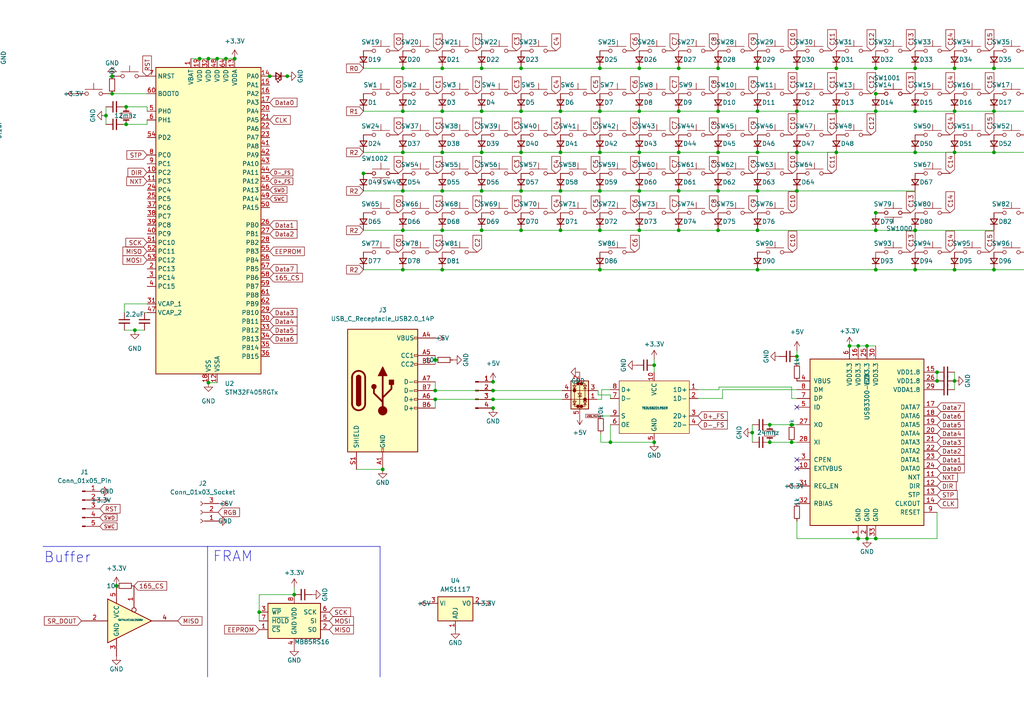
<source format=kicad_sch>
(kicad_sch (version 20240812) (generator "eeschema") (generator_version "8.99")
  (paper "A4")
  (lib_symbols
    (symbol "74xGxx:SN74LVC1G125DBV"
      (property "Reference" "U" (at -10.16 7.62 0))
      (property "Value" "SN74LVC1G125DBV" (at 2.54 -7.62 0))
      (symbol "SN74LVC1G125DBV_1_1"
        (pin input line (at -15.24 0 0) (length 7.62) (name "~") (number "2"))
        (pin power_in line (at -5.08 10.16 270) (length 5.08) (name "VCC") (number "5"))
        (pin power_in line (at -5.08 -10.16 90) (length 5.08) (name "GND") (number "3"))
        (pin input inverted (at 0 10.16 270) (length 7.62) (name "~") (number "1"))
        (pin tri_state line (at 12.7 0 180) (length 7.62) (name "~") (number "4"))
      )
    )
    (symbol "Connector:Conn_01x03_Socket" (pin_names (offset 1.016) hide)
      (property "Reference" "J" (at 0 5.08 0))
      (property "Value" "Conn_01x03_Socket" (at 0 -5.08 0))
      (symbol "Conn_01x03_Socket_1_1"
        (pin passive line (at -5.08 2.54 0) (length 3.81) (name "Pin_1") (number "1"))
        (pin passive line (at -5.08 0 0) (length 3.81) (name "Pin_2") (number "2"))
        (pin passive line (at -5.08 -2.54 0) (length 3.81) (name "Pin_3") (number "3"))
      )
    )
    (symbol "Connector:Conn_01x04_Pin" (pin_names (offset 1.016) hide)
      (property "Reference" "J" (at 0 5.08 0))
      (property "Value" "Conn_01x04_Pin" (at 0 -7.62 0))
      (symbol "Conn_01x04_Pin_1_1"
        (pin passive line (at 5.08 2.54 180) (length 3.81) (name "Pin_1") (number "1"))
        (pin passive line (at 5.08 0 180) (length 3.81) (name "Pin_2") (number "2"))
        (pin passive line (at 5.08 -2.54 180) (length 3.81) (name "Pin_3") (number "3"))
        (pin passive line (at 5.08 -5.08 180) (length 3.81) (name "Pin_4") (number "4"))
      )
    )
    (symbol "Connector:Conn_01x05_Pin" (pin_names (offset 1.016) hide)
      (property "Reference" "J" (at 0 7.62 0))
      (property "Value" "Conn_01x05_Pin" (at 0 -7.62 0))
      (symbol "Conn_01x05_Pin_1_1"
        (pin passive line (at 5.08 5.08 180) (length 3.81) (name "Pin_1") (number "1"))
        (pin passive line (at 5.08 2.54 180) (length 3.81) (name "Pin_2") (number "2"))
        (pin passive line (at 5.08 0 180) (length 3.81) (name "Pin_3") (number "3"))
        (pin passive line (at 5.08 -2.54 180) (length 3.81) (name "Pin_4") (number "4"))
        (pin passive line (at 5.08 -5.08 180) (length 3.81) (name "Pin_5") (number "5"))
      )
    )
    (symbol "Connector:USB_C_Receptacle_USB2.0_14P" (pin_names (offset 1.016))
      (property "Reference" "J" (at 0 22.225 0))
      (property "Value" "USB_C_Receptacle_USB2.0_14P" (at 0 19.685 0))
      (symbol "USB_C_Receptacle_USB2.0_14P_1_1"
        (pin passive line (at -7.62 -22.86 90) (length 5.08) (name "SHIELD") (number "S1"))
        (pin passive line (at 0 -22.86 90) (length 5.08) (name "GND") (number "A1"))
        (pin passive line (at 0 -22.86 90) (length 5.08) hide (name "GND") (number "A12"))
        (pin passive line (at 0 -22.86 90) (length 5.08) hide (name "GND") (number "B1"))
        (pin passive line (at 0 -22.86 90) (length 5.08) hide (name "GND") (number "B12"))
        (pin passive line (at 15.24 15.24 180) (length 5.08) (name "VBUS") (number "A4"))
        (pin passive line (at 15.24 15.24 180) (length 5.08) hide (name "VBUS") (number "A9"))
        (pin passive line (at 15.24 15.24 180) (length 5.08) hide (name "VBUS") (number "B4"))
        (pin passive line (at 15.24 15.24 180) (length 5.08) hide (name "VBUS") (number "B9"))
        (pin bidirectional line (at 15.24 10.16 180) (length 5.08) (name "CC1") (number "A5"))
        (pin bidirectional line (at 15.24 7.62 180) (length 5.08) (name "CC2") (number "B5"))
        (pin bidirectional line (at 15.24 2.54 180) (length 5.08) (name "D-") (number "A7"))
        (pin bidirectional line (at 15.24 0 180) (length 5.08) (name "D-") (number "B7"))
        (pin bidirectional line (at 15.24 -2.54 180) (length 5.08) (name "D+") (number "A6"))
        (pin bidirectional line (at 15.24 -5.08 180) (length 5.08) (name "D+") (number "B6"))
      )
    )
    (symbol "Device:C_Small" (pin_numbers hide) (pin_names (offset 0.254) hide)
      (property "Reference" "C" (at 0.254 1.778 0))
      (property "Value" "C_Small" (at 0.254 -2.032 0))
      (symbol "C_Small_1_1"
        (pin passive line (at 0 2.54 270) (length 2.032) (name "~") (number "1"))
        (pin passive line (at 0 -2.54 90) (length 2.032) (name "~") (number "2"))
      )
    )
    (symbol "Device:Crystal_Small" (pin_numbers hide) (pin_names (offset 1.016) hide)
      (property "Reference" "Y" (at 0 2.54 0))
      (property "Value" "Crystal_Small" (at 0 -2.54 0))
      (symbol "Crystal_Small_1_1"
        (pin passive line (at -2.54 0 0) (length 1.27) (name "1") (number "1"))
        (pin passive line (at 2.54 0 180) (length 1.27) (name "2") (number "2"))
      )
    )
    (symbol "Device:D_Small" (pin_numbers hide) (pin_names (offset 0.254) hide)
      (property "Reference" "D" (at -1.27 2.032 0))
      (property "Value" "D_Small" (at -3.81 -2.032 0))
      (symbol "D_Small_1_1"
        (pin passive line (at -2.54 0 0) (length 1.778) (name "K") (number "1"))
        (pin passive line (at 2.54 0 180) (length 1.778) (name "A") (number "2"))
      )
    )
    (symbol "Device:LED_Small" (pin_numbers hide) (pin_names (offset 0.254) hide)
      (property "Reference" "D" (at -1.27 3.175 0))
      (property "Value" "LED_Small" (at -4.445 -2.54 0))
      (symbol "LED_Small_1_1"
        (pin passive line (at -2.54 0 0) (length 1.778) (name "K") (number "1"))
        (pin passive line (at 2.54 0 180) (length 1.778) (name "A") (number "2"))
      )
    )
    (symbol "Device:R_Small" (pin_numbers hide) (pin_names (offset 0.254) hide)
      (property "Reference" "R" (at 0.762 0.508 0))
      (property "Value" "R_Small" (at 0.762 -1.016 0))
      (symbol "R_Small_1_1"
        (pin passive line (at 0 2.54 270) (length 0.762) (name "~") (number "1"))
        (pin passive line (at 0 -2.54 90) (length 0.762) (name "~") (number "2"))
      )
    )
    (symbol "Interface_USB:USB3300-EZK" (pin_names (offset 1.016))
      (property "Reference" "U" (at 0 1.27 0))
      (property "Value" "USB3300-EZK" (at 0 -1.27 0))
      (symbol "USB3300-EZK_1_1"
        (pin power_in line (at -20.32 17.78 0) (length 3.81) (name "VBUS") (number "4"))
        (pin bidirectional line (at -20.32 15.24 0) (length 3.81) (name "DM") (number "8"))
        (pin bidirectional line (at -20.32 12.7 0) (length 3.81) (name "DP") (number "7"))
        (pin input line (at -20.32 10.16 0) (length 3.81) (name "ID") (number "5"))
        (pin output line (at -20.32 5.08 0) (length 3.81) (name "XO") (number "27"))
        (pin input line (at -20.32 0 0) (length 3.81) (name "XI") (number "28"))
        (pin output line (at -20.32 -5.08 0) (length 3.81) (name "CPEN") (number "3"))
        (pin input line (at -20.32 -7.62 0) (length 3.81) (name "EXTVBUS") (number "10"))
        (pin bidirectional line (at -20.32 -12.7 0) (length 3.81) (name "REG_EN") (number "31"))
        (pin passive line (at -20.32 -17.78 0) (length 3.81) (name "RBIAS") (number "32"))
        (pin power_in line (at -5.08 27.94 270) (length 3.81) (name "VDD3.3") (number "6"))
        (pin power_in line (at -2.54 27.94 270) (length 3.81) (name "VDD3.3") (number "16"))
        (pin power_in line (at -2.54 -27.94 90) (length 3.81) (name "GND") (number "1"))
        (pin power_in line (at 0 27.94 270) (length 3.81) (name "VDD3.3") (number "25"))
        (pin power_in line (at 0 -27.94 90) (length 3.81) (name "GND") (number "2"))
        (pin power_in line (at 2.54 27.94 270) (length 3.81) (name "VDD3.3") (number "30"))
        (pin power_in line (at 2.54 -27.94 90) (length 3.81) (name "GND") (number "33"))
        (pin power_out line (at 20.32 20.32 180) (length 3.81) (name "VDD1.8") (number "15"))
        (pin power_out line (at 20.32 17.78 180) (length 3.81) (name "VDD1.8") (number "26"))
        (pin power_out line (at 20.32 15.24 180) (length 3.81) (name "VDDA1.8") (number "29"))
        (pin bidirectional line (at 20.32 10.16 180) (length 3.81) (name "DATA7") (number "17"))
        (pin bidirectional line (at 20.32 7.62 180) (length 3.81) (name "DATA6") (number "18"))
        (pin bidirectional line (at 20.32 5.08 180) (length 3.81) (name "DATA5") (number "19"))
        (pin bidirectional line (at 20.32 2.54 180) (length 3.81) (name "DATA4") (number "20"))
        (pin bidirectional line (at 20.32 0 180) (length 3.81) (name "DATA3") (number "21"))
        (pin bidirectional line (at 20.32 -2.54 180) (length 3.81) (name "DATA2") (number "22"))
        (pin bidirectional line (at 20.32 -5.08 180) (length 3.81) (name "DATA1") (number "23"))
        (pin bidirectional line (at 20.32 -7.62 180) (length 3.81) (name "DATA0") (number "24"))
        (pin output line (at 20.32 -10.16 180) (length 3.81) (name "NXT") (number "11"))
        (pin output line (at 20.32 -12.7 180) (length 3.81) (name "DIR") (number "12"))
        (pin input line (at 20.32 -15.24 180) (length 3.81) (name "STP") (number "13"))
        (pin output line (at 20.32 -17.78 180) (length 3.81) (name "CLKOUT") (number "14"))
        (pin input line (at 20.32 -20.32 180) (length 3.81) (name "RESET") (number "9"))
      )
    )
    (symbol "MCU_ST_STM32F4:STM32F405RGTx"
      (property "Reference" "U" (at -15.24 46.99 0))
      (property "Value" "STM32F405RGTx" (at 10.16 46.99 0))
      (symbol "STM32F405RGTx_1_1"
        (pin input line (at -17.78 43.18 0) (length 2.54) (name "NRST") (number "7"))
        (pin input line (at -17.78 38.1 0) (length 2.54) (name "BOOT0") (number "60"))
        (pin bidirectional line (at -17.78 33.02 0) (length 2.54) (name "PH0") (number "5"))
        (pin bidirectional line (at -17.78 30.48 0) (length 2.54) (name "PH1") (number "6"))
        (pin bidirectional line (at -17.78 25.4 0) (length 2.54) (name "PD2") (number "54"))
        (pin bidirectional line (at -17.78 20.32 0) (length 2.54) (name "PC0") (number "8"))
        (pin bidirectional line (at -17.78 17.78 0) (length 2.54) (name "PC1") (number "9"))
        (pin bidirectional line (at -17.78 15.24 0) (length 2.54) (name "PC2") (number "10"))
        (pin bidirectional line (at -17.78 12.7 0) (length 2.54) (name "PC3") (number "11"))
        (pin bidirectional line (at -17.78 10.16 0) (length 2.54) (name "PC4") (number "24"))
        (pin bidirectional line (at -17.78 7.62 0) (length 2.54) (name "PC5") (number "25"))
        (pin bidirectional line (at -17.78 5.08 0) (length 2.54) (name "PC6") (number "37"))
        (pin bidirectional line (at -17.78 2.54 0) (length 2.54) (name "PC7") (number "38"))
        (pin bidirectional line (at -17.78 0 0) (length 2.54) (name "PC8") (number "39"))
        (pin bidirectional line (at -17.78 -2.54 0) (length 2.54) (name "PC9") (number "40"))
        (pin bidirectional line (at -17.78 -5.08 0) (length 2.54) (name "PC10") (number "51"))
        (pin bidirectional line (at -17.78 -7.62 0) (length 2.54) (name "PC11") (number "52"))
        (pin bidirectional line (at -17.78 -10.16 0) (length 2.54) (name "PC12") (number "53"))
        (pin bidirectional line (at -17.78 -12.7 0) (length 2.54) (name "PC13") (number "2"))
        (pin bidirectional line (at -17.78 -15.24 0) (length 2.54) (name "PC14") (number "3"))
        (pin bidirectional line (at -17.78 -17.78 0) (length 2.54) (name "PC15") (number "4"))
        (pin power_out line (at -17.78 -22.86 0) (length 2.54) (name "VCAP_1") (number "31"))
        (pin power_out line (at -17.78 -25.4 0) (length 2.54) (name "VCAP_2") (number "47"))
        (pin power_in line (at -5.08 48.26 270) (length 2.54) (name "VBAT") (number "1"))
        (pin power_in line (at -2.54 48.26 270) (length 2.54) (name "VDD") (number "19"))
        (pin power_in line (at 0 48.26 270) (length 2.54) (name "VDD") (number "32"))
        (pin power_in line (at 0 -45.72 90) (length 2.54) (name "VSS") (number "18"))
        (pin passive line (at 0 -45.72 90) (length 2.54) hide (name "VSS") (number "63"))
        (pin power_in line (at 2.54 48.26 270) (length 2.54) (name "VDD") (number "48"))
        (pin power_in line (at 2.54 -45.72 90) (length 2.54) (name "VSSA") (number "12"))
        (pin power_in line (at 5.08 48.26 270) (length 2.54) (name "VDD") (number "64"))
        (pin power_in line (at 7.62 48.26 270) (length 2.54) (name "VDDA") (number "13"))
        (pin bidirectional line (at 17.78 43.18 180) (length 2.54) (name "PA0") (number "14"))
        (pin bidirectional line (at 17.78 40.64 180) (length 2.54) (name "PA1") (number "15"))
        (pin bidirectional line (at 17.78 38.1 180) (length 2.54) (name "PA2") (number "16"))
        (pin bidirectional line (at 17.78 35.56 180) (length 2.54) (name "PA3") (number "17"))
        (pin bidirectional line (at 17.78 33.02 180) (length 2.54) (name "PA4") (number "20"))
        (pin bidirectional line (at 17.78 30.48 180) (length 2.54) (name "PA5") (number "21"))
        (pin bidirectional line (at 17.78 27.94 180) (length 2.54) (name "PA6") (number "22"))
        (pin bidirectional line (at 17.78 25.4 180) (length 2.54) (name "PA7") (number "23"))
        (pin bidirectional line (at 17.78 22.86 180) (length 2.54) (name "PA8") (number "41"))
        (pin bidirectional line (at 17.78 20.32 180) (length 2.54) (name "PA9") (number "42"))
        (pin bidirectional line (at 17.78 17.78 180) (length 2.54) (name "PA10") (number "43"))
        (pin bidirectional line (at 17.78 15.24 180) (length 2.54) (name "PA11") (number "44"))
        (pin bidirectional line (at 17.78 12.7 180) (length 2.54) (name "PA12") (number "45"))
        (pin bidirectional line (at 17.78 10.16 180) (length 2.54) (name "PA13") (number "46"))
        (pin bidirectional line (at 17.78 7.62 180) (length 2.54) (name "PA14") (number "49"))
        (pin bidirectional line (at 17.78 5.08 180) (length 2.54) (name "PA15") (number "50"))
        (pin bidirectional line (at 17.78 0 180) (length 2.54) (name "PB0") (number "26"))
        (pin bidirectional line (at 17.78 -2.54 180) (length 2.54) (name "PB1") (number "27"))
        (pin bidirectional line (at 17.78 -5.08 180) (length 2.54) (name "PB2") (number "28"))
        (pin bidirectional line (at 17.78 -7.62 180) (length 2.54) (name "PB3") (number "55"))
        (pin bidirectional line (at 17.78 -10.16 180) (length 2.54) (name "PB4") (number "56"))
        (pin bidirectional line (at 17.78 -12.7 180) (length 2.54) (name "PB5") (number "57"))
        (pin bidirectional line (at 17.78 -15.24 180) (length 2.54) (name "PB6") (number "58"))
        (pin bidirectional line (at 17.78 -17.78 180) (length 2.54) (name "PB7") (number "59"))
        (pin bidirectional line (at 17.78 -20.32 180) (length 2.54) (name "PB8") (number "61"))
        (pin bidirectional line (at 17.78 -22.86 180) (length 2.54) (name "PB9") (number "62"))
        (pin bidirectional line (at 17.78 -25.4 180) (length 2.54) (name "PB10") (number "29"))
        (pin bidirectional line (at 17.78 -27.94 180) (length 2.54) (name "PB11") (number "30"))
        (pin bidirectional line (at 17.78 -30.48 180) (length 2.54) (name "PB12") (number "33"))
        (pin bidirectional line (at 17.78 -33.02 180) (length 2.54) (name "PB13") (number "34"))
        (pin bidirectional line (at 17.78 -35.56 180) (length 2.54) (name "PB14") (number "35"))
        (pin bidirectional line (at 17.78 -38.1 180) (length 2.54) (name "PB15") (number "36"))
      )
    )
    (symbol "Memory_NVRAM:MB85RS16" (pin_names (offset 1.016))
      (property "Reference" "U" (at -7.62 6.35 0))
      (property "Value" "MB85RS16" (at 1.27 6.35 0))
      (symbol "MB85RS16_1_1"
        (pin input line (at -10.16 2.54 0) (length 2.54) (name "~{WP}") (number "3"))
        (pin input line (at -10.16 0 0) (length 2.54) (name "~{HOLD}") (number "7"))
        (pin input line (at -10.16 -2.54 0) (length 2.54) (name "~{CS}") (number "1"))
        (pin power_in line (at 0 7.62 270) (length 2.54) (name "VDD") (number "8"))
        (pin power_in line (at 0 -7.62 90) (length 2.54) (name "GND") (number "4"))
        (pin input line (at 10.16 2.54 180) (length 2.54) (name "SCK") (number "6"))
        (pin input line (at 10.16 0 180) (length 2.54) (name "SI") (number "5"))
        (pin output line (at 10.16 -2.54 180) (length 2.54) (name "SO") (number "2"))
      )
    )
    (symbol "Power_Protection:USBLC6-2SC6" (pin_names hide)
      (property "Reference" "U" (at 0.635 5.715 0))
      (property "Value" "USBLC6-2SC6" (at 0.635 3.81 0))
      (symbol "USBLC6-2SC6_1_1"
        (pin passive line (at -5.08 0 0) (length 2.54) (name "I/O1") (number "1"))
        (pin passive line (at -5.08 -2.54 0) (length 2.54) (name "I/O2") (number "3"))
        (pin passive line (at 0 5.08 270) (length 2.54) (name "VBUS") (number "5"))
        (pin passive line (at 0 -7.62 90) (length 2.54) (name "GND") (number "2"))
        (pin passive line (at 5.08 0 180) (length 2.54) (name "I/O1") (number "6"))
        (pin passive line (at 5.08 -2.54 180) (length 2.54) (name "I/O2") (number "4"))
      )
    )
    (symbol "Regulator_Linear:AMS1117"
      (property "Reference" "U" (at -3.81 3.175 0))
      (property "Value" "AMS1117" (at 0 3.175 0))
      (symbol "AMS1117_1_1"
        (pin power_in line (at -7.62 0 0) (length 2.54) (name "VI") (number "3"))
        (pin input line (at 0 -7.62 90) (length 2.54) (name "ADJ") (number "1"))
        (pin power_out line (at 7.62 0 180) (length 2.54) (name "VO") (number "2"))
      )
    )
    (symbol "Switch:SW_Push" (pin_numbers hide) (pin_names (offset 1.016) hide)
      (property "Reference" "SW" (at 1.27 2.54 0))
      (property "Value" "SW_Push" (at 0 -1.524 0))
      (symbol "SW_Push_0_1"
        (pin passive line (at -5.08 0 0) (length 2.54) (name "1") (number "1"))
        (pin passive line (at 5.08 0 180) (length 2.54) (name "2") (number "2"))
      )
    )
    (symbol "power:+3.3V" (power) (pin_numbers hide) (pin_names (offset 0) hide)
      (property "Value" "+3.3V" (at 0 3.556 0))
      (symbol "+3.3V_1_1"
        (pin power_in line (at 0 0 90) (length 0) (name "~") (number "1"))
      )
    )
    (symbol "power:+5V" (power) (pin_numbers hide) (pin_names (offset 0) hide)
      (property "Value" "+5V" (at 0 3.556 0))
      (symbol "+5V_1_1"
        (pin power_in line (at 0 0 90) (length 0) (name "~") (number "1"))
      )
    )
    (symbol "power:GND" (power) (pin_numbers hide) (pin_names (offset 0) hide)
      (property "Value" "GND" (at 0 -3.81 0))
      (symbol "GND_1_1"
        (pin power_in line (at 0 0 270) (length 0) (name "~") (number "1"))
      )
    )
    (symbol "stm32f072:TS3USB221RSER"
      (property "Reference" "U2" (at 2.0194 -12.7 0))
      (property "Value" "TS3USB221RSER" (at 2.0194 -10.16 0))
      (symbol "TS3USB221RSER_1_1"
        (pin input line (at -12.7 5.08 0) (length 2.54) (name "D+") (number "8"))
        (pin input line (at -12.7 2.54 0) (length 2.54) (name "D-") (number "7"))
        (pin input line (at -12.7 -2.54 0) (length 2.54) (name "S") (number "9"))
        (pin input line (at -12.7 -5.08 0) (length 2.54) (name "OE") (number "6"))
        (pin input line (at 0 10.16 270) (length 2.54) (name "VCC") (number "10"))
        (pin input line (at 0 -10.16 90) (length 2.54) (name "GND") (number "5"))
        (pin input line (at 12.7 5.08 180) (length 2.54) (name "1D+") (number "1"))
        (pin input line (at 12.7 2.54 180) (length 2.54) (name "1D-") (number "2"))
        (pin input line (at 12.7 -2.54 180) (length 2.54) (name "2D+") (number "3"))
        (pin input line (at 12.7 -5.08 180) (length 2.54) (name "2D-") (number "4"))
      )
    )
  )
  (text "Buffer\n" (at 19.558 161.798 0) (effects (font (size 3 3))))
  (text "FRAM\n" (at 67.564 161.544 0) (effects (font (size 3 3))))
  (junction (at 196.85 44.196))
  (junction (at 65.532 17.018))
  (junction (at 271.78 110.49))
  (junction (at 288.29 78.232))
  (junction (at 162.56 66.802))
  (junction (at 254 19.812))
  (junction (at 116.84 78.232))
  (junction (at 276.86 32.258))
  (junction (at 162.56 55.372))
  (junction (at 265.43 44.196))
  (junction (at 251.46 100.33))
  (junction (at 276.86 110.49))
  (junction (at 139.7 55.372))
  (junction (at 151.13 66.802))
  (junction (at 128.27 44.196))
  (junction (at 116.84 66.802))
  (junction (at 208.28 32.258))
  (junction (at 288.29 44.196))
  (junction (at 219.71 32.258))
  (junction (at 105.41 50.292))
  (junction (at 185.42 32.258))
  (junction (at 254 61.722))
  (junction (at 128.27 32.258))
  (junction (at 62.992 17.018))
  (junction (at 116.84 32.258))
  (junction (at 173.99 78.232))
  (junction (at 254 156.21))
  (junction (at 208.28 44.196))
  (junction (at 128.27 78.232))
  (junction (at 265.43 19.812))
  (junction (at -2.794 55.88))
  (junction (at 196.85 19.812))
  (junction (at 151.13 19.812))
  (junction (at -2.794 38.1))
  (junction (at 231.14 55.372))
  (junction (at 68.072 17.018))
  (junction (at 139.7 32.258))
  (junction (at 110.998 136.144))
  (junction (at -7.874 38.1))
  (junction (at 219.71 19.812))
  (junction (at 78.232 22.098))
  (junction (at 60.452 17.018))
  (junction (at 128.27 19.812))
  (junction (at -2.794 16.764))
  (junction (at -7.874 48.768))
  (junction (at 208.28 55.372))
  (junction (at 196.85 66.802))
  (junction (at 248.92 100.33))
  (junction (at 36.576 36.068))
  (junction (at -7.874 55.88))
  (junction (at 254 66.802))
  (junction (at 254 32.258))
  (junction (at -2.794 34.544))
  (junction (at 139.7 66.802))
  (junction (at 271.78 107.95))
  (junction (at 126.238 104.394))
  (junction (at 276.86 44.196))
  (junction (at 128.27 66.802))
  (junction (at 219.71 44.196))
  (junction (at 231.14 44.196))
  (junction (at 229.616 123.19))
  (junction (at 116.84 19.812))
  (junction (at 126.238 115.824))
  (junction (at 57.912 17.018))
  (junction (at 33.782 169.926))
  (junction (at 126.238 113.284))
  (junction (at 173.99 19.812))
  (junction (at 288.29 32.258))
  (junction (at 246.38 100.33))
  (junction (at 196.85 32.258))
  (junction (at -7.874 30.988))
  (junction (at -7.874 45.212))
  (junction (at 265.43 32.258))
  (junction (at 231.14 19.812))
  (junction (at 254 78.232))
  (junction (at 143.002 115.824))
  (junction (at 177.038 128.27))
  (junction (at 218.186 125.476))
  (junction (at 162.56 32.258))
  (junction (at 242.57 19.812))
  (junction (at 231.14 32.258))
  (junction (at 143.002 113.284))
  (junction (at 185.42 19.812))
  (junction (at 265.43 78.232))
  (junction (at 173.99 55.372))
  (junction (at 219.71 66.802))
  (junction (at 254 27.178))
  (junction (at -2.794 45.212))
  (junction (at 36.576 30.988))
  (junction (at 189.738 128.27))
  (junction (at 30.734 33.528))
  (junction (at 219.71 78.232))
  (junction (at 189.738 105.918))
  (junction (at -2.794 20.32))
  (junction (at 60.452 110.998))
  (junction (at -2.794 27.432))
  (junction (at 173.99 32.258))
  (junction (at 32.512 22.098))
  (junction (at 242.57 44.196))
  (junction (at 288.29 19.812))
  (junction (at 162.56 44.196))
  (junction (at 151.13 32.258))
  (junction (at 231.14 103.378))
  (junction (at 116.84 44.196))
  (junction (at 185.42 44.196))
  (junction (at 151.13 44.196))
  (junction (at -2.794 23.876))
  (junction (at 116.84 55.372))
  (junction (at 223.266 123.19))
  (junction (at 32.512 27.178))
  (junction (at 208.28 66.802))
  (junction (at 151.13 55.372))
  (junction (at 139.7 19.812))
  (junction (at 219.71 55.372))
  (junction (at -7.874 41.656))
  (junction (at 276.86 19.812))
  (junction (at 185.42 55.372))
  (junction (at 128.27 55.372))
  (junction (at 265.43 66.802))
  (junction (at 185.42 66.802))
  (junction (at 143.002 118.364))
  (junction (at 39.116 95.758))
  (junction (at 223.266 128.27))
  (junction (at -2.794 48.768))
  (junction (at 276.86 78.232))
  (junction (at 75.184 177.546))
  (junction (at 173.99 66.802))
  (junction (at 173.99 44.196))
  (junction (at -7.874 27.432))
  (junction (at 251.46 156.21))
  (junction (at -7.874 52.324))
  (junction (at -2.794 52.324))
  (junction (at -7.874 16.764))
  (junction (at -2.794 30.988))
  (junction (at 208.28 19.812))
  (junction (at 229.616 128.27))
  (junction (at 83.312 22.098))
  (junction (at -2.794 41.656))
  (junction (at 139.7 44.196))
  (junction (at 248.92 156.21))
  (junction (at -7.874 23.876))
  (junction (at 85.344 172.466))
  (junction (at 196.85 55.372))
  (junction (at -7.874 20.32))
  (junction (at -7.874 34.544))
  (junction (at 143.002 110.744))
  (junction (at 242.57 32.258))
  (no_connect (at 231.14 133.35))
  (no_connect (at 231.14 135.89))
  (no_connect (at 231.14 118.11))
  (wire (pts (xy 139.7 66.802) (xy 151.13 66.802)))
  (wire (pts (xy 251.46 156.21) (xy 254 156.21)))
  (wire (pts (xy 65.532 17.018) (xy 68.072 17.018)))
  (wire (pts (xy 288.29 44.196) (xy 299.72 44.196)))
  (wire (pts (xy 208.28 66.802) (xy 219.71 66.802)))
  (wire (pts (xy 248.92 156.21) (xy 251.46 156.21)))
  (wire (pts (xy 251.46 100.33) (xy 254 100.33)))
  (wire (pts (xy 208.28 19.812) (xy 219.71 19.812)))
  (wire (pts (xy 177.038 123.19) (xy 177.038 128.27)))
  (wire (pts (xy 55.372 17.018) (xy 57.912 17.018)))
  (wire (pts (xy 60.452 17.018) (xy 62.992 17.018)))
  (wire (pts (xy 223.266 123.19) (xy 229.616 123.19)))
  (wire (pts (xy 265.43 44.196) (xy 276.86 44.196)))
  (wire (pts (xy 105.41 66.802) (xy 116.84 66.802)))
  (wire (pts (xy -7.874 45.212) (xy -7.874 48.768)))
  (wire (pts (xy 35.814 30.988) (xy 36.576 30.988)))
  (wire (pts (xy 173.99 78.232) (xy 219.71 78.232)))
  (wire (pts (xy 276.86 32.258) (xy 288.29 32.258)))
  (wire (pts (xy -2.794 23.876) (xy -2.794 27.432)))
  (wire (pts (xy 139.7 44.196) (xy 151.13 44.196)))
  (wire (pts (xy 139.7 19.812) (xy 151.13 19.812)))
  (wire (pts (xy 231.14 156.21) (xy 248.92 156.21)))
  (wire (pts (xy 254 156.21) (xy 271.78 156.21)))
  (wire (pts (xy 196.85 32.258) (xy 208.28 32.258)))
  (wire (pts (xy 162.56 55.372) (xy 173.99 55.372)))
  (wire (pts (xy 42.672 32.258) (xy 42.672 30.988)))
  (wire (pts (xy 60.452 110.998) (xy 62.992 110.998)))
  (wire (pts (xy 128.27 44.196) (xy 139.7 44.196)))
  (wire (pts (xy 105.41 32.258) (xy 116.84 32.258)))
  (wire (pts (xy 36.068 90.678) (xy 36.068 88.138)))
  (wire (pts (xy -7.874 23.876) (xy -7.874 27.432)))
  (wire (pts (xy -2.794 20.32) (xy -2.794 23.876)))
  (wire (pts (xy 185.42 55.372) (xy 196.85 55.372)))
  (wire (pts (xy 218.186 125.476) (xy 218.186 128.27)))
  (wire (pts (xy 126.238 104.394) (xy 126.238 105.664)))
  (wire (pts (xy -2.794 30.988) (xy -2.794 34.544)))
  (wire (pts (xy 276.86 78.232) (xy 288.29 78.232)))
  (wire (pts (xy 196.85 19.812) (xy 208.28 19.812)))
  (wire (pts (xy 151.13 19.812) (xy 173.99 19.812)))
  (wire (pts (xy 143.002 115.824) (xy 163.068 115.824)))
  (wire (pts (xy 254 19.812) (xy 265.43 19.812)))
  (wire (pts (xy -2.794 55.88) (xy -2.794 59.436)))
  (wire (pts (xy 265.43 78.232) (xy 276.86 78.232)))
  (wire (pts (xy 174.244 128.27) (xy 177.038 128.27)))
  (wire (pts (xy 126.238 103.124) (xy 126.238 104.394)))
  (wire (pts (xy 229.616 128.27) (xy 231.14 128.27)))
  (wire (pts (xy -2.794 16.764) (xy -2.794 20.32)))
  (wire (pts (xy 162.56 66.802) (xy 173.99 66.802)))
  (wire (pts (xy 231.14 44.196) (xy 242.57 44.196)))
  (wire (pts (xy 30.734 33.528) (xy 30.734 30.988)))
  (wire (pts (xy 196.85 66.802) (xy 208.28 66.802)))
  (wire (pts (xy 151.13 32.258) (xy 162.56 32.258)))
  (wire (pts (xy 128.27 55.372) (xy 139.7 55.372)))
  (wire (pts (xy 173.99 44.196) (xy 185.42 44.196)))
  (wire (pts (xy 208.534 113.03) (xy 208.534 112.268)))
  (wire (pts (xy 288.29 19.812) (xy 299.72 19.812)))
  (wire (pts (xy 126.238 115.824) (xy 143.002 115.824)))
  (wire (pts (xy 276.86 110.49) (xy 276.86 113.03)))
  (wire (pts (xy 246.38 100.33) (xy 248.92 100.33)))
  (wire (pts (xy 42.672 34.798) (xy 42.672 36.068)))
  (wire (pts (xy 231.14 19.812) (xy 242.57 19.812)))
  (wire (pts (xy 168.148 108.204) (xy 168.148 107.95)))
  (wire (pts (xy 57.912 17.018) (xy 60.452 17.018)))
  (wire (pts (xy 242.57 32.258) (xy 254 32.258)))
  (wire (pts (xy -2.794 48.768) (xy -2.794 52.324)))
  (wire (pts (xy 276.86 107.95) (xy 276.86 110.49)))
  (wire (pts (xy 196.85 44.196) (xy 208.28 44.196)))
  (wire (pts (xy 173.99 66.802) (xy 185.42 66.802)))
  (wire (pts (xy 242.57 19.812) (xy 254 19.812)))
  (wire (pts (xy -7.874 27.432) (xy -7.874 30.988)))
  (wire (pts (xy 242.57 44.196) (xy 265.43 44.196)))
  (wire (pts (xy 36.576 36.068) (xy 42.672 36.068)))
  (wire (pts (xy 185.42 66.802) (xy 196.85 66.802)))
  (wire (pts (xy 75.184 177.546) (xy 75.184 172.466)))
  (wire (pts (xy -7.874 20.32) (xy -7.874 23.876)))
  (wire (pts (xy 185.42 44.196) (xy 196.85 44.196)))
  (wire (pts (xy 254 66.802) (xy 265.43 66.802)))
  (wire (pts (xy 229.616 112.268) (xy 229.616 115.57)))
  (polyline (pts (xy 60.198 158.496) (xy 110.236 158.496)))
  (wire (pts (xy 128.27 32.258) (xy 139.7 32.258)))
  (wire (pts (xy 248.92 100.33) (xy 251.46 100.33)))
  (wire (pts (xy 231.14 55.372) (xy 265.43 55.372)))
  (wire (pts (xy -7.874 30.988) (xy -7.874 34.544)))
  (wire (pts (xy 208.28 32.258) (xy 219.71 32.258)))
  (wire (pts (xy 209.55 115.57) (xy 202.438 115.57)))
  (wire (pts (xy 126.238 110.744) (xy 126.238 113.284)))
  (wire (pts (xy 185.42 32.258) (xy 196.85 32.258)))
  (wire (pts (xy 177.038 128.27) (xy 189.738 128.27)))
  (wire (pts (xy 231.14 151.13) (xy 231.14 156.21)))
  (wire (pts (xy 173.482 113.284) (xy 173.482 114.554)))
  (wire (pts (xy 168.148 120.904) (xy 168.148 120.65)))
  (wire (pts (xy 177.038 114.554) (xy 177.038 115.57)))
  (wire (pts (xy 265.43 32.258) (xy 276.86 32.258)))
  (wire (pts (xy 173.99 32.258) (xy 185.42 32.258)))
  (wire (pts (xy 75.184 172.466) (xy 85.344 172.466)))
  (wire (pts (xy -2.794 38.1) (xy -2.794 41.656)))
  (wire (pts (xy 173.99 55.372) (xy 185.42 55.372)))
  (polyline (pts (xy 110.236 158.496) (xy 110.236 196.342)))
  (wire (pts (xy 139.7 55.372) (xy 151.13 55.372)))
  (wire (pts (xy 276.86 44.196) (xy 288.29 44.196)))
  (wire (pts (xy 173.99 19.812) (xy 185.42 19.812)))
  (wire (pts (xy 162.56 44.196) (xy 173.99 44.196)))
  (wire (pts (xy 231.14 113.03) (xy 209.55 113.03)))
  (wire (pts (xy -2.794 45.212) (xy -2.794 48.768)))
  (wire (pts (xy 254 32.258) (xy 265.43 32.258)))
  (wire (pts (xy 36.068 88.138) (xy 42.672 88.138)))
  (wire (pts (xy -2.794 52.324) (xy -2.794 55.88)))
  (wire (pts (xy -7.874 52.324) (xy -7.874 55.88)))
  (polyline (pts (xy 60.198 196.342) (xy 60.198 158.496)))
  (wire (pts (xy 174.498 113.03) (xy 177.038 113.03)))
  (wire (pts (xy 271.78 107.95) (xy 271.78 110.49)))
  (wire (pts (xy 219.71 32.258) (xy 231.14 32.258)))
  (wire (pts (xy 139.7 32.258) (xy 151.13 32.258)))
  (wire (pts (xy 185.42 19.812) (xy 196.85 19.812)))
  (wire (pts (xy 223.266 128.27) (xy 229.616 128.27)))
  (wire (pts (xy -7.874 41.656) (xy -7.874 45.212)))
  (wire (pts (xy -7.874 55.88) (xy -7.874 59.436)))
  (wire (pts (xy 231.14 103.378) (xy 231.14 105.41)))
  (wire (pts (xy 173.228 115.824) (xy 174.498 115.824)))
  (wire (pts (xy 173.228 113.284) (xy 173.482 113.284)))
  (wire (pts (xy 173.482 114.554) (xy 177.038 114.554)))
  (wire (pts (xy 174.244 125.73) (xy 174.244 128.27)))
  (wire (pts (xy 196.85 55.372) (xy 208.28 55.372)))
  (wire (pts (xy -7.874 16.764) (xy -7.874 20.32)))
  (wire (pts (xy 231.14 32.258) (xy 242.57 32.258)))
  (wire (pts (xy 288.29 78.232) (xy 299.72 78.232)))
  (wire (pts (xy 162.56 32.258) (xy 173.99 32.258)))
  (wire (pts (xy 208.534 112.268) (xy 229.616 112.268)))
  (wire (pts (xy 231.14 101.6) (xy 231.14 103.378)))
  (wire (pts (xy 128.27 19.812) (xy 139.7 19.812)))
  (wire (pts (xy -7.874 38.1) (xy -7.874 41.656)))
  (wire (pts (xy 32.512 27.178) (xy 42.672 27.178)))
  (wire (pts (xy 128.27 66.802) (xy 139.7 66.802)))
  (wire (pts (xy -2.794 27.432) (xy -2.794 30.988)))
  (wire (pts (xy 208.28 55.372) (xy 219.71 55.372)))
  (wire (pts (xy 75.184 180.086) (xy 75.184 177.546)))
  (wire (pts (xy 151.13 44.196) (xy 162.56 44.196)))
  (wire (pts (xy 151.13 66.802) (xy 162.56 66.802)))
  (wire (pts (xy 128.27 78.232) (xy 173.99 78.232)))
  (wire (pts (xy 62.992 17.018) (xy 65.532 17.018)))
  (wire (pts (xy 208.28 44.196) (xy 219.71 44.196)))
  (wire (pts (xy 116.84 32.258) (xy 128.27 32.258)))
  (wire (pts (xy 105.41 55.372) (xy 116.84 55.372)))
  (wire (pts (xy 126.238 113.284) (xy 143.002 113.284)))
  (wire (pts (xy 36.576 30.988) (xy 42.672 30.988)))
  (wire (pts (xy 30.734 33.528) (xy 30.734 36.068)))
  (wire (pts (xy 202.438 113.03) (xy 208.534 113.03)))
  (wire (pts (xy 219.71 78.232) (xy 254 78.232)))
  (wire (pts (xy 32.258 27.178) (xy 32.512 27.178)))
  (wire (pts (xy 105.41 19.812) (xy 116.84 19.812)))
  (wire (pts (xy -7.874 48.768) (xy -7.874 52.324)))
  (wire (pts (xy 116.84 78.232) (xy 128.27 78.232)))
  (wire (pts (xy 126.238 115.824) (xy 126.238 118.364)))
  (wire (pts (xy 276.86 19.812) (xy 288.29 19.812)))
  (wire (pts (xy 36.068 95.758) (xy 39.116 95.758)))
  (wire (pts (xy 39.116 95.758) (xy 41.91 95.758)))
  (wire (pts (xy 85.344 170.434) (xy 85.344 172.466)))
  (wire (pts (xy 265.43 19.812) (xy 276.86 19.812)))
  (wire (pts (xy 189.738 104.14) (xy 189.738 105.918)))
  (wire (pts (xy 41.91 90.678) (xy 42.672 90.678)))
  (wire (pts (xy 229.616 115.57) (xy 231.14 115.57)))
  (wire (pts (xy 116.84 66.802) (xy 128.27 66.802)))
  (wire (pts (xy 219.71 44.196) (xy 231.14 44.196)))
  (wire (pts (xy 219.71 66.802) (xy 254 66.802)))
  (wire (pts (xy 105.41 44.196) (xy 116.84 44.196)))
  (wire (pts (xy 35.814 36.068) (xy 36.576 36.068)))
  (polyline (pts (xy 12.446 158.496) (xy 60.198 158.496)))
  (wire (pts (xy 219.71 19.812) (xy 231.14 19.812)))
  (wire (pts (xy 116.84 44.196) (xy 128.27 44.196)))
  (wire (pts (xy 229.616 123.19) (xy 231.14 123.19)))
  (wire (pts (xy 116.84 55.372) (xy 128.27 55.372)))
  (wire (pts (xy -2.794 41.656) (xy -2.794 45.212)))
  (wire (pts (xy 105.41 78.232) (xy 116.84 78.232)))
  (wire (pts (xy 189.738 105.918) (xy 189.738 107.95)))
  (wire (pts (xy 174.244 120.65) (xy 177.038 120.65)))
  (wire (pts (xy -7.874 34.544) (xy -7.874 38.1)))
  (wire (pts (xy 288.29 32.258) (xy 299.72 32.258)))
  (wire (pts (xy -2.794 34.544) (xy -2.794 38.1)))
  (wire (pts (xy 265.43 66.802) (xy 288.29 66.802)))
  (wire (pts (xy 209.55 113.03) (xy 209.55 115.57)))
  (wire (pts (xy 219.71 55.372) (xy 231.14 55.372)))
  (wire (pts (xy 271.78 148.59) (xy 271.78 156.21)))
  (wire (pts (xy 151.13 55.372) (xy 162.56 55.372)))
  (wire (pts (xy 174.498 115.824) (xy 174.498 113.03)))
  (wire (pts (xy 218.186 125.476) (xy 218.186 123.19)))
  (wire (pts (xy 116.84 19.812) (xy 128.27 19.812)))
  (wire (pts (xy 103.378 136.144) (xy 110.998 136.144)))
  (wire (pts (xy 254 78.232) (xy 265.43 78.232)))
  (wire (pts (xy 143.002 113.284) (xy 163.068 113.284)))
  (global_label "EEPROM" (shape input) (at 78.232 72.898 0) (property "Intersheetrefs" "${INTERSHEET_REFS}" (effects (hide yes))))
  (global_label "C1" (shape input) (at 127 73.152 90) (property "Intersheetrefs" "${INTERSHEET_REFS}" (effects (hide yes))))
  (global_label "EEPROM" (shape input) (at 75.184 182.626 180) (property "Intersheetrefs" "${INTERSHEET_REFS}" (effects (hide yes))))
  (global_label "C12" (shape input) (at 252.73 14.732 90) (property "Intersheetrefs" "${INTERSHEET_REFS}" (effects (hide yes))))
  (global_label "C2" (shape input) (at 138.43 73.152 90) (property "Intersheetrefs" "${INTERSHEET_REFS}" (effects (hide yes))))
  (global_label "C0" (shape input) (at 115.57 73.152 90) (property "Intersheetrefs" "${INTERSHEET_REFS}" (effects (hide yes))))
  (global_label "C13" (shape input) (at 264.16 61.722 90) (property "Intersheetrefs" "${INTERSHEET_REFS}" (effects (hide yes))))
  (global_label "C6" (shape input) (at 184.15 73.152 90) (property "Intersheetrefs" "${INTERSHEET_REFS}" (effects (hide yes))))
  (global_label "Data7" (shape input) (at 271.78 118.11 0) (property "Intersheetrefs" "${INTERSHEET_REFS}" (effects (hide yes))))
  (global_label "165_CS" (shape input) (at 78.232 80.518 0) (property "Intersheetrefs" "${INTERSHEET_REFS}" (effects (hide yes))))
  (global_label "C2" (shape input) (at 138.43 39.116 90) (property "Intersheetrefs" "${INTERSHEET_REFS}" (effects (hide yes))))
  (global_label "CLK" (shape input) (at 271.78 146.05 0) (property "Intersheetrefs" "${INTERSHEET_REFS}" (effects (hide yes))))
  (global_label "C5" (shape input) (at 172.72 27.178 90) (property "Intersheetrefs" "${INTERSHEET_REFS}" (effects (hide yes))))
  (global_label "C9" (shape input) (at 218.44 39.116 90) (property "Intersheetrefs" "${INTERSHEET_REFS}" (effects (hide yes))))
  (global_label "C15" (shape input) (at 287.02 73.152 90) (property "Intersheetrefs" "${INTERSHEET_REFS}" (effects (hide yes))))
  (global_label "RGB" (shape input) (at 63.246 148.59 0) (property "Intersheetrefs" "${INTERSHEET_REFS}" (effects (hide yes))))
  (global_label "STP" (shape input) (at 42.672 44.958 180) (property "Intersheetrefs" "${INTERSHEET_REFS}" (effects (hide yes))))
  (global_label "R0" (shape input) (at 105.41 19.812 180) (property "Intersheetrefs" "${INTERSHEET_REFS}" (effects (hide yes))))
  (global_label "C6" (shape input) (at 184.15 61.722 90) (property "Intersheetrefs" "${INTERSHEET_REFS}" (effects (hide yes))))
  (global_label "C14" (shape input) (at 275.59 27.178 90) (property "Intersheetrefs" "${INTERSHEET_REFS}" (effects (hide yes))))
  (global_label "C7" (shape input) (at 195.58 14.732 90) (property "Intersheetrefs" "${INTERSHEET_REFS}" (effects (hide yes))))
  (global_label "C6" (shape input) (at 184.15 50.292 90) (property "Intersheetrefs" "${INTERSHEET_REFS}" (effects (hide yes))))
  (global_label "SCK" (shape input) (at 42.672 70.358 180) (property "Intersheetrefs" "${INTERSHEET_REFS}" (effects (hide yes))))
  (global_label "C14" (shape input) (at 275.59 14.732 90) (property "Intersheetrefs" "${INTERSHEET_REFS}" (effects (hide yes))))
  (global_label "C13" (shape input) (at 264.16 14.732 90) (property "Intersheetrefs" "${INTERSHEET_REFS}" (effects (hide yes))))
  (global_label "C10" (shape input) (at 229.87 39.116 90) (property "Intersheetrefs" "${INTERSHEET_REFS}" (effects (hide yes))))
  (global_label "C17" (shape input) (at 309.88 27.178 90) (property "Intersheetrefs" "${INTERSHEET_REFS}" (effects (hide yes))))
  (global_label "C10" (shape input) (at 229.87 27.178 90) (property "Intersheetrefs" "${INTERSHEET_REFS}" (effects (hide yes))))
  (global_label "SCK" (shape input) (at 95.504 177.546 0) (property "Intersheetrefs" "${INTERSHEET_REFS}" (effects (hide yes))))
  (global_label "C3" (shape input) (at 149.86 39.116 90) (property "Intersheetrefs" "${INTERSHEET_REFS}" (effects (hide yes))))
  (global_label "SWD" (shape input) (at 28.956 150.114 0) (effects (font (size 1 1))) (property "Intersheetrefs" "${INTERSHEET_REFS}" (effects (hide yes))))
  (global_label "C7" (shape input) (at 195.58 27.178 90) (property "Intersheetrefs" "${INTERSHEET_REFS}" (effects (hide yes))))
  (global_label "C0" (shape input) (at 115.57 61.722 90) (property "Intersheetrefs" "${INTERSHEET_REFS}" (effects (hide yes))))
  (global_label "C13" (shape input) (at 264.16 27.178 90) (property "Intersheetrefs" "${INTERSHEET_REFS}" (effects (hide yes))))
  (global_label "C14" (shape input) (at 275.59 50.292 90) (property "Intersheetrefs" "${INTERSHEET_REFS}" (effects (hide yes))))
  (global_label "MISO" (shape input) (at 42.672 72.898 180) (property "Intersheetrefs" "${INTERSHEET_REFS}" (effects (hide yes))))
  (global_label "C17" (shape input) (at 309.88 73.152 90) (property "Intersheetrefs" "${INTERSHEET_REFS}" (effects (hide yes))))
  (global_label "C1" (shape input) (at 127 61.722 90) (property "Intersheetrefs" "${INTERSHEET_REFS}" (effects (hide yes))))
  (global_label "Data4" (shape input) (at 78.232 93.218 0) (property "Intersheetrefs" "${INTERSHEET_REFS}" (effects (hide yes))))
  (global_label "D-_FS" (shape input) (at 202.438 123.19 0) (property "Intersheetrefs" "${INTERSHEET_REFS}" (effects (hide yes))))
  (global_label "C3" (shape input) (at 149.86 14.732 90) (property "Intersheetrefs" "${INTERSHEET_REFS}" (effects (hide yes))))
  (global_label "Data1" (shape input) (at 78.232 65.278 0) (property "Intersheetrefs" "${INTERSHEET_REFS}" (effects (hide yes))))
  (global_label "C14" (shape input) (at 275.59 73.152 90) (property "Intersheetrefs" "${INTERSHEET_REFS}" (effects (hide yes))))
  (global_label "Data1" (shape input) (at 271.78 133.35 0) (property "Intersheetrefs" "${INTERSHEET_REFS}" (effects (hide yes))))
  (global_label "D+_FS" (shape input) (at 202.438 120.65 0) (property "Intersheetrefs" "${INTERSHEET_REFS}" (effects (hide yes))))
  (global_label "SR_DOUT" (shape input) (at 23.622 180.086 180) (property "Intersheetrefs" "${INTERSHEET_REFS}" (effects (hide yes))))
  (global_label "Data3" (shape input) (at 271.78 128.27 0) (property "Intersheetrefs" "${INTERSHEET_REFS}" (effects (hide yes))))
  (global_label "C16" (shape input) (at 298.45 73.152 90) (property "Intersheetrefs" "${INTERSHEET_REFS}" (effects (hide yes))))
  (global_label "C1" (shape input) (at 127 50.292 90) (property "Intersheetrefs" "${INTERSHEET_REFS}" (effects (hide yes))))
  (global_label "C2" (shape input) (at 138.43 61.722 90) (property "Intersheetrefs" "${INTERSHEET_REFS}" (effects (hide yes))))
  (global_label "C4" (shape input) (at 161.29 61.722 90) (property "Intersheetrefs" "${INTERSHEET_REFS}" (effects (hide yes))))
  (global_label "165_CS" (shape input) (at 38.862 169.926 0) (property "Intersheetrefs" "${INTERSHEET_REFS}" (effects (hide yes))))
  (global_label "RST" (shape input) (at 42.672 22.098 90) (property "Intersheetrefs" "${INTERSHEET_REFS}" (effects (hide yes))))
  (global_label "Data6" (shape input) (at 78.232 98.298 0) (property "Intersheetrefs" "${INTERSHEET_REFS}" (effects (hide yes))))
  (global_label "SWC" (shape input) (at 78.232 57.658 0) (effects (font (size 1 1))) (property "Intersheetrefs" "${INTERSHEET_REFS}" (effects (hide yes))))
  (global_label "C16" (shape input) (at 298.45 61.722 90) (property "Intersheetrefs" "${INTERSHEET_REFS}" (effects (hide yes))))
  (global_label "C9" (shape input) (at 218.44 14.732 90) (property "Intersheetrefs" "${INTERSHEET_REFS}" (effects (hide yes))))
  (global_label "SWC" (shape input) (at 28.956 152.654 0) (effects (font (size 1 1))) (property "Intersheetrefs" "${INTERSHEET_REFS}" (effects (hide yes))))
  (global_label "C7" (shape input) (at 195.58 61.722 90) (property "Intersheetrefs" "${INTERSHEET_REFS}" (effects (hide yes))))
  (global_label "C7" (shape input) (at 195.58 50.292 90) (property "Intersheetrefs" "${INTERSHEET_REFS}" (effects (hide yes))))
  (global_label "C11" (shape input) (at 241.3 50.292 90) (property "Intersheetrefs" "${INTERSHEET_REFS}" (effects (hide yes))))
  (global_label "C4" (shape input) (at 161.29 27.178 90) (property "Intersheetrefs" "${INTERSHEET_REFS}" (effects (hide yes))))
  (global_label "C12" (shape input) (at 252.73 39.116 90) (property "Intersheetrefs" "${INTERSHEET_REFS}" (effects (hide yes))))
  (global_label "Data3" (shape input) (at 78.232 90.678 0) (property "Intersheetrefs" "${INTERSHEET_REFS}" (effects (hide yes))))
  (global_label "C2" (shape input) (at 138.43 50.292 90) (property "Intersheetrefs" "${INTERSHEET_REFS}" (effects (hide yes))))
  (global_label "RST" (shape input) (at 28.956 147.574 0) (property "Intersheetrefs" "${INTERSHEET_REFS}" (effects (hide yes))))
  (global_label "C4" (shape input) (at 161.29 50.292 90) (property "Intersheetrefs" "${INTERSHEET_REFS}" (effects (hide yes))))
  (global_label "C3" (shape input) (at 149.86 27.178 90) (property "Intersheetrefs" "${INTERSHEET_REFS}" (effects (hide yes))))
  (global_label "USB_MUX" (shape input) (at 174.244 120.65 180) (effects (font (size 0.5 0.5))) (property "Intersheetrefs" "${INTERSHEET_REFS}" (effects (hide yes))))
  (global_label "C4" (shape input) (at 161.29 14.732 90) (property "Intersheetrefs" "${INTERSHEET_REFS}" (effects (hide yes))))
  (global_label "C17" (shape input) (at 309.88 14.732 90) (property "Intersheetrefs" "${INTERSHEET_REFS}" (effects (hide yes))))
  (global_label "C9" (shape input) (at 218.44 61.722 90) (property "Intersheetrefs" "${INTERSHEET_REFS}" (effects (hide yes))))
  (global_label "C10" (shape input) (at 229.87 14.732 90) (property "Intersheetrefs" "${INTERSHEET_REFS}" (effects (hide yes))))
  (global_label "D-_FS" (shape input) (at 78.232 50.038 0) (effects (font (size 1 1))) (property "Intersheetrefs" "${INTERSHEET_REFS}" (effects (hide yes))))
  (global_label "MISO" (shape input) (at 95.504 182.626 0) (property "Intersheetrefs" "${INTERSHEET_REFS}" (effects (hide yes))))
  (global_label "Data5" (shape input) (at 78.232 95.758 0) (property "Intersheetrefs" "${INTERSHEET_REFS}" (effects (hide yes))))
  (global_label "C7" (shape input) (at 195.58 39.116 90) (property "Intersheetrefs" "${INTERSHEET_REFS}" (effects (hide yes))))
  (global_label "NXT" (shape input) (at 42.672 52.578 180) (property "Intersheetrefs" "${INTERSHEET_REFS}" (effects (hide yes))))
  (global_label "NXT" (shape input) (at 271.78 138.43 0) (property "Intersheetrefs" "${INTERSHEET_REFS}" (effects (hide yes))))
  (global_label "C11" (shape input) (at 241.3 39.116 90) (property "Intersheetrefs" "${INTERSHEET_REFS}" (effects (hide yes))))
  (global_label "MOSI" (shape input) (at 42.672 75.438 180) (property "Intersheetrefs" "${INTERSHEET_REFS}" (effects (hide yes))))
  (global_label "R2" (shape input) (at 105.41 55.372 180) (property "Intersheetrefs" "${INTERSHEET_REFS}" (effects (hide yes))))
  (global_label "C3" (shape input) (at 149.86 50.292 90) (property "Intersheetrefs" "${INTERSHEET_REFS}" (effects (hide yes))))
  (global_label "C16" (shape input) (at 298.45 14.732 90) (property "Intersheetrefs" "${INTERSHEET_REFS}" (effects (hide yes))))
  (global_label "STP" (shape input) (at 271.78 143.51 0) (property "Intersheetrefs" "${INTERSHEET_REFS}" (effects (hide yes))))
  (global_label "C11" (shape input) (at 241.3 14.732 90) (property "Intersheetrefs" "${INTERSHEET_REFS}" (effects (hide yes))))
  (global_label "Data0" (shape input) (at 271.78 135.89 0) (property "Intersheetrefs" "${INTERSHEET_REFS}" (effects (hide yes))))
  (global_label "Data0" (shape input) (at 78.232 29.718 0) (property "Intersheetrefs" "${INTERSHEET_REFS}" (effects (hide yes))))
  (global_label "C14" (shape input) (at 275.59 39.116 90) (property "Intersheetrefs" "${INTERSHEET_REFS}" (effects (hide yes))))
  (global_label "C14" (shape input) (at 275.59 61.722 90) (property "Intersheetrefs" "${INTERSHEET_REFS}" (effects (hide yes))))
  (global_label "C1" (shape input) (at 127 14.732 90) (property "Intersheetrefs" "${INTERSHEET_REFS}" (effects (hide yes))))
  (global_label "R2" (shape input) (at 105.41 78.232 180) (property "Intersheetrefs" "${INTERSHEET_REFS}" (effects (hide yes))))
  (global_label "D+_FS" (shape input) (at 78.232 52.578 0) (effects (font (size 1 1))) (property "Intersheetrefs" "${INTERSHEET_REFS}" (effects (hide yes))))
  (global_label "SWD" (shape input) (at 78.232 55.118 0) (effects (font (size 1 1))) (property "Intersheetrefs" "${INTERSHEET_REFS}" (effects (hide yes))))
  (global_label "C8" (shape input) (at 207.01 50.292 90) (property "Intersheetrefs" "${INTERSHEET_REFS}" (effects (hide yes))))
  (global_label "DIR" (shape input) (at 271.78 140.97 0) (property "Intersheetrefs" "${INTERSHEET_REFS}" (effects (hide yes))))
  (global_label "C1" (shape input) (at 127 27.178 90) (property "Intersheetrefs" "${INTERSHEET_REFS}" (effects (hide yes))))
  (global_label "Data4" (shape input) (at 271.78 125.73 0) (property "Intersheetrefs" "${INTERSHEET_REFS}" (effects (hide yes))))
  (global_label "Data5" (shape input) (at 271.78 123.19 0) (property "Intersheetrefs" "${INTERSHEET_REFS}" (effects (hide yes))))
  (global_label "C15" (shape input) (at 287.02 14.732 90) (property "Intersheetrefs" "${INTERSHEET_REFS}" (effects (hide yes))))
  (global_label "C1" (shape input) (at 127 39.116 90) (property "Intersheetrefs" "${INTERSHEET_REFS}" (effects (hide yes))))
  (global_label "C17" (shape input) (at 309.88 39.116 90) (property "Intersheetrefs" "${INTERSHEET_REFS}" (effects (hide yes))))
  (global_label "DIR" (shape input) (at 42.672 50.038 180) (property "Intersheetrefs" "${INTERSHEET_REFS}" (effects (hide yes))))
  (global_label "C2" (shape input) (at 138.43 27.178 90) (property "Intersheetrefs" "${INTERSHEET_REFS}" (effects (hide yes))))
  (global_label "C13" (shape input) (at 264.16 73.152 90) (property "Intersheetrefs" "${INTERSHEET_REFS}" (effects (hide yes))))
  (global_label "Data2" (shape input) (at 78.232 67.818 0) (property "Intersheetrefs" "${INTERSHEET_REFS}" (effects (hide yes))))
  (global_label "C5" (shape input) (at 172.72 50.292 90) (property "Intersheetrefs" "${INTERSHEET_REFS}" (effects (hide yes))))
  (global_label "C16" (shape input) (at 298.45 27.178 90) (property "Intersheetrefs" "${INTERSHEET_REFS}" (effects (hide yes))))
  (global_label "C5" (shape input) (at 172.72 61.722 90) (property "Intersheetrefs" "${INTERSHEET_REFS}" (effects (hide yes))))
  (global_label "C11" (shape input) (at 241.3 27.178 90) (property "Intersheetrefs" "${INTERSHEET_REFS}" (effects (hide yes))))
  (global_label "C0" (shape input) (at 115.57 14.732 90) (property "Intersheetrefs" "${INTERSHEET_REFS}" (effects (hide yes))))
  (global_label "C8" (shape input) (at 207.01 14.732 90) (property "Intersheetrefs" "${INTERSHEET_REFS}" (effects (hide yes))))
  (global_label "R2" (shape input) (at 105.41 44.196 180) (property "Intersheetrefs" "${INTERSHEET_REFS}" (effects (hide yes))))
  (global_label "MOSI" (shape input) (at 95.504 180.086 0) (property "Intersheetrefs" "${INTERSHEET_REFS}" (effects (hide yes))))
  (global_label "C6" (shape input) (at 184.15 14.732 90) (property "Intersheetrefs" "${INTERSHEET_REFS}" (effects (hide yes))))
  (global_label "C10" (shape input) (at 229.87 61.722 90) (property "Intersheetrefs" "${INTERSHEET_REFS}" (effects (hide yes))))
  (global_label "C16" (shape input) (at 298.45 39.116 90) (property "Intersheetrefs" "${INTERSHEET_REFS}" (effects (hide yes))))
  (global_label "C9" (shape input) (at 218.44 50.292 90) (property "Intersheetrefs" "${INTERSHEET_REFS}" (effects (hide yes))))
  (global_label "C4" (shape input) (at 161.29 39.116 90) (property "Intersheetrefs" "${INTERSHEET_REFS}" (effects (hide yes))))
  (global_label "C0" (shape input) (at 115.57 39.116 90) (property "Intersheetrefs" "${INTERSHEET_REFS}" (effects (hide yes))))
  (global_label "Data2" (shape input) (at 271.78 130.81 0) (property "Intersheetrefs" "${INTERSHEET_REFS}" (effects (hide yes))))
  (global_label "MISO" (shape input) (at 51.562 180.086 0) (property "Intersheetrefs" "${INTERSHEET_REFS}" (effects (hide yes))))
  (global_label "C8" (shape input) (at 207.01 61.722 90) (property "Intersheetrefs" "${INTERSHEET_REFS}" (effects (hide yes))))
  (global_label "C0" (shape input) (at 115.57 50.292 90) (property "Intersheetrefs" "${INTERSHEET_REFS}" (effects (hide yes))))
  (global_label "Data6" (shape input) (at 271.78 120.65 0) (property "Intersheetrefs" "${INTERSHEET_REFS}" (effects (hide yes))))
  (global_label "R2" (shape input) (at 105.41 66.802 180) (property "Intersheetrefs" "${INTERSHEET_REFS}" (effects (hide yes))))
  (global_label "CLK" (shape input) (at 78.232 34.798 0) (property "Intersheetrefs" "${INTERSHEET_REFS}" (effects (hide yes))))
  (global_label "C5" (shape input) (at 172.72 39.116 90) (property "Intersheetrefs" "${INTERSHEET_REFS}" (effects (hide yes))))
  (global_label "C8" (shape input) (at 207.01 27.178 90) (property "Intersheetrefs" "${INTERSHEET_REFS}" (effects (hide yes))))
  (global_label "C6" (shape input) (at 184.15 27.178 90) (property "Intersheetrefs" "${INTERSHEET_REFS}" (effects (hide yes))))
  (global_label "C10" (shape input) (at 229.87 50.292 90) (property "Intersheetrefs" "${INTERSHEET_REFS}" (effects (hide yes))))
  (global_label "C15" (shape input) (at 287.02 27.178 90) (property "Intersheetrefs" "${INTERSHEET_REFS}" (effects (hide yes))))
  (global_label "C3" (shape input) (at 149.86 61.722 90) (property "Intersheetrefs" "${INTERSHEET_REFS}" (effects (hide yes))))
  (global_label "C12" (shape input) (at 252.73 27.178 90) (property "Intersheetrefs" "${INTERSHEET_REFS}" (effects (hide yes))))
  (global_label "C2" (shape input) (at 138.43 14.732 90) (property "Intersheetrefs" "${INTERSHEET_REFS}" (effects (hide yes))))
  (global_label "C0" (shape input) (at 115.57 27.178 90) (property "Intersheetrefs" "${INTERSHEET_REFS}" (effects (hide yes))))
  (global_label "C6" (shape input) (at 184.15 39.116 90) (property "Intersheetrefs" "${INTERSHEET_REFS}" (effects (hide yes))))
  (global_label "R1" (shape input) (at 105.41 32.258 180) (property "Intersheetrefs" "${INTERSHEET_REFS}" (effects (hide yes))))
  (global_label "C15" (shape input) (at 287.02 39.116 90) (property "Intersheetrefs" "${INTERSHEET_REFS}" (effects (hide yes))))
  (global_label "C9" (shape input) (at 218.44 27.178 90) (property "Intersheetrefs" "${INTERSHEET_REFS}" (effects (hide yes))))
  (global_label "C10" (shape input) (at 229.87 73.152 90) (property "Intersheetrefs" "${INTERSHEET_REFS}" (effects (hide yes))))
  (global_label "C8" (shape input) (at 207.01 39.116 90) (property "Intersheetrefs" "${INTERSHEET_REFS}" (effects (hide yes))))
  (global_label "Data7" (shape input) (at 78.232 77.978 0) (property "Intersheetrefs" "${INTERSHEET_REFS}" (effects (hide yes))))
  (symbol (lib_id "Switch:SW_Push") (at 110.49 73.152 0) (unit 1)
    (property "Reference" "SW77" (at 107.442 70.612 0))
    (property "Value" "SW_Push" (effects (hide yes)))
    (property "Footprint" "MX_Only:MXOnly-1.5U_N" (effects (hide yes)))
    (property "Description" "Push button switch, generic, two pins" (effects (hide yes)))
  )
  (symbol (lib_id "Switch:SW_Push") (at 270.51 14.732 0) (unit 1)
    (property "Reference" "SW33" (at 267.462 12.192 0))
    (property "Value" "SW_Push" (effects (hide yes)))
    (property "Footprint" "MX_Only:MXOnly-1U_N" (effects (hide yes)))
    (property "Description" "Push button switch, generic, two pins" (effects (hide yes)))
  )
  (symbol (lib_id "Device:D_Small") (at 254 64.262 90) (unit 1)
    (property "Reference" "D79" (at 255.27 64.262 90) (effects (justify right)))
    (property "Value" "D_Small" (effects (hide yes)))
    (property "Footprint" "Diode_SMD:D_MiniMELF" (effects (hide yes)))
    (property "Description" "Diode, small symbol" (effects (hide yes)))
    (property "Sim.Device" "D" (effects (hide yes)))
    (property "Sim.Pins" "1=K 2=A" (effects (hide yes)))
  )
  (symbol (lib_id "Switch:SW_Push") (at 270.51 61.722 0) (unit 1)
    (property "Reference" "SW80" (at 267.462 59.182 0))
    (property "Value" "SW_Push" (effects (hide yes)))
    (property "Footprint" "MX_Only:MXOnly-1U_N" (effects (hide yes)))
    (property "Description" "Push button switch, generic, two pins" (effects (hide yes)))
  )
  (symbol (lib_id "Device:C_Small") (at 33.274 36.068 90) (unit 1)
    (property "Reference" "C15" (effects (hide yes)))
    (property "Value" "9pf" (effects (hide yes)))
    (property "Footprint" "Capacitor_SMD:C_0603_1608Metric" (effects (hide yes)))
    (property "Description" "Unpolarized capacitor, small symbol" (effects (hide yes)))
  )
  (symbol (lib_id "power:GND") (at 28.956 142.494 90) (unit 1)
    (property "Reference" "#PWR04" (effects (hide yes)))
    (property "Value" "GND" (at 33.02 142.4939 90) (effects (justify left)))
    (property "Description" "Power symbol creates a global label with name \"GND\" , ground" (effects (hide yes)))
  )
  (symbol (lib_id "Connector:Conn_01x03_Socket") (at 58.166 148.59 180) (unit 1)
    (property "Reference" "J2" (at 58.801 140.208 0))
    (property "Value" "Conn_01x03_Socket" (at 58.801 142.748 0))
    (property "Footprint" "Connector_JST:JST_SH_SM03B-SRSS-TB_1x03-1MP_P1.00mm_Horizontal" (effects (hide yes)))
    (property "Description" "Generic connector, single row, 01x03, script generated" (effects (hide yes)))
  )
  (symbol (lib_id "power:+3.3V") (at 33.782 169.926 0) (unit 1)
    (property "Reference" "#PWR08" (effects (hide yes)))
    (property "Value" "+3.3V" (at 33.782 164.846 0))
    (property "Description" "Power symbol creates a global label with name \"+3.3V\"" (effects (hide yes)))
  )
  (symbol (lib_id "Device:D_Small") (at 105.41 52.832 90) (unit 1)
    (property "Reference" "D49" (at 106.68 52.832 90) (effects (justify right)))
    (property "Value" "D_Small" (effects (hide yes)))
    (property "Footprint" "Diode_SMD:D_MiniMELF" (effects (hide yes)))
    (property "Description" "Diode, small symbol" (effects (hide yes)))
    (property "Sim.Device" "D" (effects (hide yes)))
    (property "Sim.Pins" "1=K 2=A" (effects (hide yes)))
  )
  (symbol (lib_id "Switch:SW_Push") (at 37.592 22.098 0) (unit 1)
    (property "Reference" "SWboot2" (effects (hide yes)))
    (property "Value" "SW_Push" (effects (hide yes)))
    (property "Footprint" "Connector_JST:JST_XH_B2B-XH-A_1x02_P2.50mm_Vertical" (effects (hide yes)))
    (property "Description" "Push button switch, generic, two pins" (effects (hide yes)))
  )
  (symbol (lib_id "Device:C_Small") (at -5.334 59.436 90) (unit 1)
    (property "Reference" "C13" (effects (hide yes)))
    (property "Value" "1uF" (effects (hide yes)))
    (property "Footprint" "Capacitor_SMD:C_0603_1608Metric" (effects (hide yes)))
    (property "Description" "Unpolarized capacitor, small symbol" (effects (hide yes)))
  )
  (symbol (lib_id "Device:D_Small") (at 105.41 64.262 90) (unit 1)
    (property "Reference" "D65" (at 106.68 64.262 90) (effects (justify right)))
    (property "Value" "D_Small" (effects (hide yes)))
    (property "Footprint" "Diode_SMD:D_MiniMELF" (effects (hide yes)))
    (property "Description" "Diode, small symbol" (effects (hide yes)))
    (property "Sim.Device" "D" (effects (hide yes)))
    (property "Sim.Pins" "1=K 2=A" (effects (hide yes)))
  )
  (symbol (lib_id "Switch:SW_Push") (at 236.22 39.116 0) (unit 1)
    (property "Reference" "SW47" (at 233.172 36.576 0))
    (property "Value" "SW_Push" (effects (hide yes)))
    (property "Footprint" "MX_Only:MXOnly-1U_N" (effects (hide yes)))
    (property "Description" "Push button switch, generic, two pins" (effects (hide yes)))
  )
  (symbol (lib_id "Switch:SW_Push") (at 133.35 27.178 0) (unit 1)
    (property "Reference" "SW3" (at 130.302 24.638 0))
    (property "Value" "SW_Push" (effects (hide yes)))
    (property "Footprint" "MX_Only:MXOnly-1U_N" (effects (hide yes)))
    (property "Description" "Push button switch, generic, two pins" (effects (hide yes)))
  )
  (symbol (lib_id "Switch:SW_Push") (at 270.51 73.152 0) (unit 1)
    (property "Reference" "SW94" (at 267.462 70.612 0))
    (property "Value" "SW_Push" (effects (hide yes)))
    (property "Footprint" "MX_Only:MXOnly-1.5U_N" (effects (hide yes)))
    (property "Description" "Push button switch, generic, two pins" (effects (hide yes)))
  )
  (symbol (lib_id "Device:D_Small") (at 254 29.718 90) (unit 1)
    (property "Reference" "D14" (at 255.27 29.718 90) (effects (justify right)))
    (property "Value" "D_Small" (effects (hide yes)))
    (property "Footprint" "Diode_SMD:D_MiniMELF" (effects (hide yes)))
    (property "Description" "Diode, small symbol" (effects (hide yes)))
    (property "Sim.Device" "D" (effects (hide yes)))
    (property "Sim.Pins" "1=K 2=A" (effects (hide yes)))
  )
  (symbol (lib_id "Device:D_Small") (at 173.99 41.656 90) (unit 1)
    (property "Reference" "D42" (at 175.26 41.656 90) (effects (justify right)))
    (property "Value" "D_Small" (effects (hide yes)))
    (property "Footprint" "Diode_SMD:D_MiniMELF" (effects (hide yes)))
    (property "Description" "Diode, small symbol" (effects (hide yes)))
    (property "Sim.Device" "D" (effects (hide yes)))
    (property "Sim.Pins" "1=K 2=A" (effects (hide yes)))
  )
  (symbol (lib_id "Switch:SW_Push") (at 110.49 50.292 180) (unit 1)
    (property "Reference" "SW49" (at 113.538 52.832 0))
    (property "Value" "SW_Push" (effects (hide yes)))
    (property "Footprint" "MX_Only:MXOnly-1.75U_N" (effects (hide yes)))
    (property "Description" "Push button switch, generic, two pins" (effects (hide yes)))
  )
  (symbol (lib_id "Switch:SW_Push") (at 167.64 50.292 0) (unit 1)
    (property "Reference" "SW58" (at 164.592 47.752 0))
    (property "Value" "SW_Push" (effects (hide yes)))
    (property "Footprint" "MX_Only:MXOnly-1U_N" (effects (hide yes)))
    (property "Description" "Push button switch, generic, two pins" (effects (hide yes)))
  )
  (symbol (lib_id "Device:D_Small") (at 288.29 64.262 90) (unit 1)
    (property "Reference" "D82" (at 289.56 64.262 90) (effects (justify right)))
    (property "Value" "D_Small" (effects (hide yes)))
    (property "Footprint" "Diode_SMD:D_MiniMELF" (effects (hide yes)))
    (property "Description" "Diode, small symbol" (effects (hide yes)))
    (property "Sim.Device" "D" (effects (hide yes)))
    (property "Sim.Pins" "1=K 2=A" (effects (hide yes)))
  )
  (symbol (lib_id "Device:D_Small") (at 196.85 29.718 90) (unit 1)
    (property "Reference" "D9" (at 198.12 29.718 90) (effects (justify right)))
    (property "Value" "D_Small" (effects (hide yes)))
    (property "Footprint" "Diode_SMD:D_MiniMELF" (effects (hide yes)))
    (property "Description" "Diode, small symbol" (effects (hide yes)))
    (property "Sim.Device" "D" (effects (hide yes)))
    (property "Sim.Pins" "1=K 2=A" (effects (hide yes)))
  )
  (symbol (lib_id "power:GND") (at 276.86 110.49 90) (unit 1)
    (property "Reference" "#PWR0107" (effects (hide yes)))
    (property "Value" "GND" (at 280.67 110.49 0))
    (property "Description" "Power symbol creates a global label with name \"GND\" , ground" (effects (hide yes)))
  )
  (symbol (lib_id "Device:Crystal_Small") (at 223.266 125.73 90) (unit 1)
    (property "Reference" "Y2" (effects (hide yes)))
    (property "Value" "24mhz" (at 226.06 125.4759 90) (effects (justify left)))
    (property "Footprint" "Crystal:Crystal_SMD_5032-2Pin_5.0x3.2mm" (effects (hide yes)))
    (property "Description" "Two pin crystal, small symbol" (effects (hide yes)))
  )
  (symbol (lib_id "Device:C_Small") (at 187.198 105.918 90) (unit 1)
    (property "Reference" "C19" (effects (hide yes)))
    (property "Value" "1uF" (effects (hide yes)))
    (property "Footprint" "Capacitor_SMD:C_0603_1608Metric" (effects (hide yes)))
    (property "Description" "Unpolarized capacitor, small symbol" (effects (hide yes)))
  )
  (symbol (lib_id "Device:R_Small") (at 174.244 123.19 0) (unit 1)
    (property "Reference" "R9" (effects (hide yes)))
    (property "Value" "10k" (at 174.244 121.412 90) (effects (justify left)))
    (property "Footprint" "Resistor_SMD:R_0603_1608Metric" (effects (hide yes)))
    (property "Description" "Resistor, small symbol" (effects (hide yes)))
  )
  (symbol (lib_id "Switch:SW_Push") (at 259.08 61.722 180) (unit 1)
    (property "Reference" "SW1000" (at 260.858 66.294 0))
    (property "Value" "SW_Push" (effects (hide yes)))
    (property "Footprint" "MX_Only:MXOnly-2.75U_N" (effects (hide yes)))
    (property "Description" "Push button switch, generic, two pins" (effects (hide yes)))
  )
  (symbol (lib_id "Switch:SW_Push") (at 133.35 14.732 0) (unit 1)
    (property "Reference" "SW21" (at 130.302 12.192 0))
    (property "Value" "SW_Push" (effects (hide yes)))
    (property "Footprint" "MX_Only:MXOnly-1U_N" (effects (hide yes)))
    (property "Description" "Push button switch, generic, two pins" (effects (hide yes)))
  )
  (symbol (lib_id "Switch:SW_Push") (at 224.79 61.722 0) (unit 1)
    (property "Reference" "SW76" (at 221.742 59.182 0))
    (property "Value" "SW_Push" (effects (hide yes)))
    (property "Footprint" "MX_Only:MXOnly-1U_N" (effects (hide yes)))
    (property "Description" "Push button switch, generic, two pins" (effects (hide yes)))
  )
  (symbol (lib_id "Device:D_Small") (at 139.7 17.272 90) (unit 1)
    (property "Reference" "D22" (at 140.97 17.272 90) (effects (justify right)))
    (property "Value" "D_Small" (effects (hide yes)))
    (property "Footprint" "Diode_SMD:D_MiniMELF" (effects (hide yes)))
    (property "Description" "Diode, small symbol" (effects (hide yes)))
    (property "Sim.Device" "D" (effects (hide yes)))
    (property "Sim.Pins" "1=K 2=A" (effects (hide yes)))
  )
  (symbol (lib_id "Device:D_Small") (at 185.42 52.832 90) (unit 1)
    (property "Reference" "D60" (at 186.69 52.832 90) (effects (justify right)))
    (property "Value" "D_Small" (effects (hide yes)))
    (property "Footprint" "Diode_SMD:D_MiniMELF" (effects (hide yes)))
    (property "Description" "Diode, small symbol" (effects (hide yes)))
    (property "Sim.Device" "D" (effects (hide yes)))
    (property "Sim.Pins" "1=K 2=A" (effects (hide yes)))
  )
  (symbol (lib_id "Device:C_Small") (at 274.32 107.95 90) (unit 1)
    (property "Reference" "C23" (effects (hide yes)))
    (property "Value" "1uF" (effects (hide yes)))
    (property "Footprint" "Capacitor_SMD:C_0603_1608Metric" (effects (hide yes)))
    (property "Description" "Unpolarized capacitor, small symbol" (effects (hide yes)))
  )
  (symbol (lib_id "Device:R_Small") (at 229.616 125.73 0) (unit 1)
    (property "Reference" "R10" (effects (hide yes)))
    (property "Value" "1k" (at 229.616 123.952 90) (effects (justify left)))
    (property "Footprint" "Resistor_SMD:R_0603_1608Metric" (effects (hide yes)))
    (property "Description" "Resistor, small symbol" (effects (hide yes)))
  )
  (symbol (lib_id "Switch:SW_Push") (at 144.78 14.732 0) (unit 1)
    (property "Reference" "SW22" (at 141.732 12.192 0))
    (property "Value" "SW_Push" (effects (hide yes)))
    (property "Footprint" "MX_Only:MXOnly-1U_N" (effects (hide yes)))
    (property "Description" "Push button switch, generic, two pins" (effects (hide yes)))
  )
  (symbol (lib_id "Regulator_Linear:AMS1117") (at 132.08 175.006 0) (unit 1)
    (property "Reference" "U4" (at 132.08 168.402 0))
    (property "Value" "AMS1117" (at 132.08 170.942 0))
    (property "Footprint" "Package_TO_SOT_SMD:SOT-223-3_TabPin2" (effects (hide yes)))
    (property "Datasheet" "http://www.advanced-monolithic.com/pdf/ds1117.pdf" (effects (hide yes)))
    (property "Description" "1A Low Dropout regulator, positive, adjustable output, SOT-223" (effects (hide yes)))
  )
  (symbol (lib_id "Device:D_Small") (at 151.13 17.272 90) (unit 1)
    (property "Reference" "D23" (at 152.4 17.272 90) (effects (justify right)))
    (property "Value" "D_Small" (effects (hide yes)))
    (property "Footprint" "Diode_SMD:D_MiniMELF" (effects (hide yes)))
    (property "Description" "Diode, small symbol" (effects (hide yes)))
    (property "Sim.Device" "D" (effects (hide yes)))
    (property "Sim.Pins" "1=K 2=A" (effects (hide yes)))
  )
  (symbol (lib_id "Device:D_Small") (at 254 75.692 90) (unit 1)
    (property "Reference" "D93" (at 255.27 75.692 90) (effects (justify right)))
    (property "Value" "D_Small" (effects (hide yes)))
    (property "Footprint" "Diode_SMD:D_MiniMELF" (effects (hide yes)))
    (property "Description" "Diode, small symbol" (effects (hide yes)))
    (property "Sim.Device" "D" (effects (hide yes)))
    (property "Sim.Pins" "1=K 2=A" (effects (hide yes)))
  )
  (symbol (lib_id "power:GND") (at 131.318 104.394 90) (unit 1)
    (property "Reference" "#PWR035" (effects (hide yes)))
    (property "Value" "GND" (at 135.128 104.394 0))
    (property "Description" "Power symbol creates a global label with name \"GND\" , ground" (effects (hide yes)))
  )
  (symbol (lib_id "power:GND") (at 33.782 190.246 0) (unit 1)
    (property "Reference" "#PWR09" (effects (hide yes)))
    (property "Value" "GND" (at 33.782 194.056 0))
    (property "Description" "Power symbol creates a global label with name \"GND\" , ground" (effects (hide yes)))
  )
  (symbol (lib_id "Switch:SW_Push") (at 133.35 39.116 0) (unit 1)
    (property "Reference" "SW38" (at 130.302 36.576 0))
    (property "Value" "SW_Push" (effects (hide yes)))
    (property "Footprint" "MX_Only:MXOnly-1U_N" (effects (hide yes)))
    (property "Description" "Push button switch, generic, two pins" (effects (hide yes)))
  )
  (symbol (lib_id "Device:C_Small") (at 36.068 93.218 0) (unit 1)
    (property "Reference" "C16" (effects (hide yes)))
    (property "Value" "2.2uF" (effects (hide yes)))
    (property "Footprint" "Capacitor_SMD:C_0603_1608Metric" (effects (hide yes)))
    (property "Description" "Unpolarized capacitor, small symbol" (effects (hide yes)))
  )
  (symbol (lib_id "Device:D_Small") (at 128.27 29.718 90) (unit 1)
    (property "Reference" "D3" (at 129.54 29.718 90) (effects (justify right)))
    (property "Value" "D_Small" (effects (hide yes)))
    (property "Footprint" "Diode_SMD:D_MiniMELF" (effects (hide yes)))
    (property "Description" "Diode, small symbol" (effects (hide yes)))
    (property "Sim.Device" "D" (effects (hide yes)))
    (property "Sim.Pins" "1=K 2=A" (effects (hide yes)))
  )
  (symbol (lib_id "Device:C_Small") (at 33.274 30.988 90) (unit 1)
    (property "Reference" "C14" (effects (hide yes)))
    (property "Value" "9pf" (effects (hide yes)))
    (property "Footprint" "Capacitor_SMD:C_0603_1608Metric" (effects (hide yes)))
    (property "Description" "Unpolarized capacitor, small symbol" (effects (hide yes)))
  )
  (symbol (lib_id "Connector:Conn_01x04_Pin") (at 137.922 113.284 0) (unit 1)
    (property "Reference" "J5" (effects (hide yes)))
    (property "Value" "Conn_01x04_Pin" (effects (hide yes)))
    (property "Footprint" "Connector_JST:JST_SH_SM04B-SRSS-TB_1x04-1MP_P1.00mm_Horizontal" (effects (hide yes)))
    (property "Description" "Generic connector, single row, 01x04, script generated" (effects (hide yes)))
  )
  (symbol (lib_id "Device:D_Small") (at 116.84 52.832 90) (unit 1)
    (property "Reference" "D54" (at 118.11 52.832 90) (effects (justify right)))
    (property "Value" "D_Small" (effects (hide yes)))
    (property "Footprint" "Diode_SMD:D_MiniMELF" (effects (hide yes)))
    (property "Description" "Diode, small symbol" (effects (hide yes)))
    (property "Sim.Device" "D" (effects (hide yes)))
    (property "Sim.Pins" "1=K 2=A" (effects (hide yes)))
  )
  (symbol (lib_id "Switch:SW_Push") (at 190.5 27.178 0) (unit 1)
    (property "Reference" "SW8" (at 187.452 24.638 0))
    (property "Value" "SW_Push" (effects (hide yes)))
    (property "Footprint" "MX_Only:MXOnly-1U_N" (effects (hide yes)))
    (property "Description" "Push button switch, generic, two pins" (effects (hide yes)))
  )
  (symbol (lib_id "Device:D_Small") (at 128.27 41.656 90) (unit 1)
    (property "Reference" "D38" (at 129.54 41.656 90) (effects (justify right)))
    (property "Value" "D_Small" (effects (hide yes)))
    (property "Footprint" "Diode_SMD:D_MiniMELF" (effects (hide yes)))
    (property "Description" "Diode, small symbol" (effects (hide yes)))
    (property "Sim.Device" "D" (effects (hide yes)))
    (property "Sim.Pins" "1=K 2=A" (effects (hide yes)))
  )
  (symbol (lib_id "Switch:SW_Push") (at 247.65 39.116 0) (unit 1)
    (property "Reference" "SW48" (at 244.602 36.576 0))
    (property "Value" "SW_Push" (effects (hide yes)))
    (property "Footprint" "MX_Only:MXOnly-1U_N" (effects (hide yes)))
    (property "Description" "Push button switch, generic, two pins" (effects (hide yes)))
  )
  (symbol (lib_id "Device:D_Small") (at 116.84 29.718 90) (unit 1)
    (property "Reference" "D2" (at 118.11 29.718 90) (effects (justify right)))
    (property "Value" "D_Small" (effects (hide yes)))
    (property "Footprint" "Diode_SMD:D_MiniMELF" (effects (hide yes)))
    (property "Description" "Diode, small symbol" (effects (hide yes)))
    (property "Sim.Device" "D" (effects (hide yes)))
    (property "Sim.Pins" "1=K 2=A" (effects (hide yes)))
  )
  (symbol (lib_id "Device:D_Small") (at 151.13 29.718 90) (unit 1)
    (property "Reference" "D5" (at 152.4 29.718 90) (effects (justify right)))
    (property "Value" "D_Small" (effects (hide yes)))
    (property "Footprint" "Diode_SMD:D_MiniMELF" (effects (hide yes)))
    (property "Description" "Diode, small symbol" (effects (hide yes)))
    (property "Sim.Device" "D" (effects (hide yes)))
    (property "Sim.Pins" "1=K 2=A" (effects (hide yes)))
  )
  (symbol (lib_id "power:GND") (at 189.738 128.27 0) (unit 1)
    (property "Reference" "#PWR074" (effects (hide yes)))
    (property "Value" "GND" (at 189.738 132.08 0))
    (property "Description" "Power symbol creates a global label with name \"GND\" , ground" (effects (hide yes)))
  )
  (symbol (lib_id "Connector:USB_C_Receptacle_USB2.0_14P") (at 110.998 113.284 0) (unit 1)
    (property "Reference" "J3" (at 110.998 89.916 0))
    (property "Value" "USB_C_Receptacle_USB2.0_14P" (at 110.998 92.456 0))
    (property "Footprint" "Connector_USB:USB_C_Receptacle_HRO_TYPE-C-31-M-12" (effects (hide yes)))
    (property "Datasheet" "https://www.usb.org/sites/default/files/documents/usb_type-c.zip" (effects (hide yes)))
    (property "Description" "USB 2.0-only 14P Type-C Receptacle connector" (effects (hide yes)))
  )
  (symbol (lib_id "Switch:SW_Push") (at 156.21 14.732 0) (unit 1)
    (property "Reference" "SW23" (at 153.162 12.192 0))
    (property "Value" "SW_Push" (effects (hide yes)))
    (property "Footprint" "MX_Only:MXOnly-1U_N" (effects (hide yes)))
    (property "Description" "Push button switch, generic, two pins" (effects (hide yes)))
  )
  (symbol (lib_id "Device:C_Small") (at -5.334 27.432 90) (unit 1)
    (property "Reference" "C4" (effects (hide yes)))
    (property "Value" "0.1uF" (effects (hide yes)))
    (property "Footprint" "Capacitor_SMD:C_0603_1608Metric" (effects (hide yes)))
    (property "Description" "Unpolarized capacitor, small symbol" (effects (hide yes)))
  )
  (symbol (lib_id "Device:D_Small") (at 116.84 41.656 90) (unit 1)
    (property "Reference" "D37" (at 118.11 41.656 90) (effects (justify right)))
    (property "Value" "D_Small" (effects (hide yes)))
    (property "Footprint" "Diode_SMD:D_MiniMELF" (effects (hide yes)))
    (property "Description" "Diode, small symbol" (effects (hide yes)))
    (property "Sim.Device" "D" (effects (hide yes)))
    (property "Sim.Pins" "1=K 2=A" (effects (hide yes)))
  )
  (symbol (lib_id "Switch:SW_Push") (at 179.07 61.722 0) (unit 1)
    (property "Reference" "SW72" (at 176.022 59.182 0))
    (property "Value" "SW_Push" (effects (hide yes)))
    (property "Footprint" "MX_Only:MXOnly-1U_N" (effects (hide yes)))
    (property "Description" "Push button switch, generic, two pins" (effects (hide yes)))
  )
  (symbol (lib_id "Device:D_Small") (at 162.56 52.832 90) (unit 1)
    (property "Reference" "D58" (at 163.83 52.832 90) (effects (justify right)))
    (property "Value" "D_Small" (effects (hide yes)))
    (property "Footprint" "Diode_SMD:D_MiniMELF" (effects (hide yes)))
    (property "Description" "Diode, small symbol" (effects (hide yes)))
    (property "Sim.Device" "D" (effects (hide yes)))
    (property "Sim.Pins" "1=K 2=A" (effects (hide yes)))
  )
  (symbol (lib_id "Device:D_Small") (at 288.29 75.692 90) (unit 1)
    (property "Reference" "D96" (at 289.56 75.692 90) (effects (justify right)))
    (property "Value" "D_Small" (effects (hide yes)))
    (property "Footprint" "Diode_SMD:D_MiniMELF" (effects (hide yes)))
    (property "Description" "Diode, small symbol" (effects (hide yes)))
    (property "Sim.Device" "D" (effects (hide yes)))
    (property "Sim.Pins" "1=K 2=A" (effects (hide yes)))
  )
  (symbol (lib_id "Device:D_Small") (at 299.72 29.718 90) (unit 1)
    (property "Reference" "D18" (at 300.99 29.718 90) (effects (justify right)))
    (property "Value" "D_Small" (effects (hide yes)))
    (property "Footprint" "Diode_SMD:D_MiniMELF" (effects (hide yes)))
    (property "Description" "Diode, small symbol" (effects (hide yes)))
    (property "Sim.Device" "D" (effects (hide yes)))
    (property "Sim.Pins" "1=K 2=A" (effects (hide yes)))
  )
  (symbol (lib_id "Device:D_Small") (at 116.84 64.262 90) (unit 1)
    (property "Reference" "D66" (at 118.11 64.262 90) (effects (justify right)))
    (property "Value" "D_Small" (effects (hide yes)))
    (property "Footprint" "Diode_SMD:D_MiniMELF" (effects (hide yes)))
    (property "Description" "Diode, small symbol" (effects (hide yes)))
    (property "Sim.Device" "D" (effects (hide yes)))
    (property "Sim.Pins" "1=K 2=A" (effects (hide yes)))
  )
  (symbol (lib_id "power:+3.3V") (at 139.7 175.006 270) (unit 1)
    (property "Reference" "#PWR042" (effects (hide yes)))
    (property "Value" "+3.3V" (at 143.764 175.0059 90) (effects (justify right)))
    (property "Description" "Power symbol creates a global label with name \"+3.3V\"" (effects (hide yes)))
  )
  (symbol (lib_id "Device:D_Small") (at 196.85 64.262 90) (unit 1)
    (property "Reference" "D74" (at 198.12 64.262 90) (effects (justify right)))
    (property "Value" "D_Small" (effects (hide yes)))
    (property "Footprint" "Diode_SMD:D_MiniMELF" (effects (hide yes)))
    (property "Description" "Diode, small symbol" (effects (hide yes)))
    (property "Sim.Device" "D" (effects (hide yes)))
    (property "Sim.Pins" "1=K 2=A" (effects (hide yes)))
  )
  (symbol (lib_id "Switch:SW_Push") (at 293.37 14.732 0) (unit 1)
    (property "Reference" "SW35" (at 290.322 12.192 0))
    (property "Value" "SW_Push" (effects (hide yes)))
    (property "Footprint" "MX_Only:MXOnly-1U_N" (effects (hide yes)))
    (property "Description" "Push button switch, generic, two pins" (effects (hide yes)))
  )
  (symbol (lib_id "Switch:SW_Push") (at 281.94 73.152 0) (unit 1)
    (property "Reference" "SW95" (at 278.892 70.612 0))
    (property "Value" "SW_Push" (effects (hide yes)))
    (property "Footprint" "MX_Only:MXOnly-1U_N" (effects (hide yes)))
    (property "Description" "Push button switch, generic, two pins" (effects (hide yes)))
  )
  (symbol (lib_id "Device:R_Small") (at 231.14 148.59 0) (unit 1)
    (property "Reference" "R12" (effects (hide yes)))
    (property "Value" "1k" (at 231.14 146.812 90) (effects (justify left)))
    (property "Footprint" "Resistor_SMD:R_0603_1608Metric" (effects (hide yes)))
    (property "Description" "Resistor, small symbol" (effects (hide yes)))
  )
  (symbol (lib_id "Device:D_Small") (at 208.28 52.832 90) (unit 1)
    (property "Reference" "D62" (at 209.55 52.832 90) (effects (justify right)))
    (property "Value" "D_Small" (effects (hide yes)))
    (property "Footprint" "Diode_SMD:D_MiniMELF" (effects (hide yes)))
    (property "Description" "Diode, small symbol" (effects (hide yes)))
    (property "Sim.Device" "D" (effects (hide yes)))
    (property "Sim.Pins" "1=K 2=A" (effects (hide yes)))
  )
  (symbol (lib_id "Device:D_Small") (at 208.28 41.656 90) (unit 1)
    (property "Reference" "D45" (at 209.55 41.656 90) (effects (justify right)))
    (property "Value" "D_Small" (effects (hide yes)))
    (property "Footprint" "Diode_SMD:D_MiniMELF" (effects (hide yes)))
    (property "Description" "Diode, small symbol" (effects (hide yes)))
    (property "Sim.Device" "D" (effects (hide yes)))
    (property "Sim.Pins" "1=K 2=A" (effects (hide yes)))
  )
  (symbol (lib_id "Device:D_Small") (at 173.99 75.692 90) (unit 1)
    (property "Reference" "D86" (at 175.26 75.692 90) (effects (justify right)))
    (property "Value" "D_Small" (effects (hide yes)))
    (property "Footprint" "Diode_SMD:D_MiniMELF" (effects (hide yes)))
    (property "Description" "Diode, small symbol" (effects (hide yes)))
    (property "Sim.Device" "D" (effects (hide yes)))
    (property "Sim.Pins" "1=K 2=A" (effects (hide yes)))
  )
  (symbol (lib_id "Switch:SW_Push") (at 201.93 50.292 0) (unit 1)
    (property "Reference" "SW61" (at 198.882 47.752 0))
    (property "Value" "SW_Push" (effects (hide yes)))
    (property "Footprint" "MX_Only:MXOnly-1U_N" (effects (hide yes)))
    (property "Description" "Push button switch, generic, two pins" (effects (hide yes)))
  )
  (symbol (lib_id "Switch:SW_Push") (at 156.21 61.722 0) (unit 1)
    (property "Reference" "SW70" (at 153.162 59.182 0))
    (property "Value" "SW_Push" (effects (hide yes)))
    (property "Footprint" "MX_Only:MXOnly-1U_N" (effects (hide yes)))
    (property "Description" "Push button switch, generic, two pins" (effects (hide yes)))
  )
  (symbol (lib_id "Switch:SW_Push") (at 201.93 39.116 0) (unit 1)
    (property "Reference" "SW44" (at 198.882 36.576 0))
    (property "Value" "SW_Push" (effects (hide yes)))
    (property "Footprint" "MX_Only:MXOnly-1U_N" (effects (hide yes)))
    (property "Description" "Push button switch, generic, two pins" (effects (hide yes)))
  )
  (symbol (lib_id "Device:D_Small") (at 196.85 41.656 90) (unit 1)
    (property "Reference" "D44" (at 198.12 41.656 90) (effects (justify right)))
    (property "Value" "D_Small" (effects (hide yes)))
    (property "Footprint" "Diode_SMD:D_MiniMELF" (effects (hide yes)))
    (property "Description" "Diode, small symbol" (effects (hide yes)))
    (property "Sim.Device" "D" (effects (hide yes)))
    (property "Sim.Pins" "1=K 2=A" (effects (hide yes)))
  )
  (symbol (lib_id "Switch:SW_Push") (at 201.93 14.732 0) (unit 1)
    (property "Reference" "SW27" (at 198.882 12.192 0))
    (property "Value" "SW_Push" (effects (hide yes)))
    (property "Footprint" "MX_Only:MXOnly-1U_N" (effects (hide yes)))
    (property "Description" "Push button switch, generic, two pins" (effects (hide yes)))
  )
  (symbol (lib_id "Device:D_Small") (at 162.56 29.718 90) (unit 1)
    (property "Reference" "D6" (at 163.83 29.718 90) (effects (justify right)))
    (property "Value" "D_Small" (effects (hide yes)))
    (property "Footprint" "Diode_SMD:D_MiniMELF" (effects (hide yes)))
    (property "Description" "Diode, small symbol" (effects (hide yes)))
    (property "Sim.Device" "D" (effects (hide yes)))
    (property "Sim.Pins" "1=K 2=A" (effects (hide yes)))
  )
  (symbol (lib_id "Device:C_Small") (at 274.32 113.03 90) (unit 1)
    (property "Reference" "C25" (effects (hide yes)))
    (property "Value" "1uF" (effects (hide yes)))
    (property "Footprint" "Capacitor_SMD:C_0603_1608Metric" (effects (hide yes)))
    (property "Description" "Unpolarized capacitor, small symbol" (effects (hide yes)))
  )
  (symbol (lib_id "Device:C_Small") (at -5.334 34.544 90) (unit 1)
    (property "Reference" "C6" (effects (hide yes)))
    (property "Value" "0.1uF" (effects (hide yes)))
    (property "Footprint" "Capacitor_SMD:C_0603_1608Metric" (effects (hide yes)))
    (property "Description" "Unpolarized capacitor, small symbol" (effects (hide yes)))
  )
  (symbol (lib_id "Switch:SW_Push") (at 179.07 73.152 0) (unit 1)
    (property "Reference" "SW86" (at 176.022 70.612 0))
    (property "Value" "SW_Push" (effects (hide yes)))
    (property "Footprint" "MX_Only:MXOnly-7U-ReversedStabilizers_N" (effects (hide yes)))
    (property "Description" "Push button switch, generic, two pins" (effects (hide yes)))
  )
  (symbol (lib_id "Device:D_Small") (at 162.56 41.656 90) (unit 1)
    (property "Reference" "D41" (at 163.83 41.656 90) (effects (justify right)))
    (property "Value" "D_Small" (effects (hide yes)))
    (property "Footprint" "Diode_SMD:D_MiniMELF" (effects (hide yes)))
    (property "Description" "Diode, small symbol" (effects (hide yes)))
    (property "Sim.Device" "D" (effects (hide yes)))
    (property "Sim.Pins" "1=K 2=A" (effects (hide yes)))
  )
  (symbol (lib_id "Device:D_Small") (at 185.42 29.718 90) (unit 1)
    (property "Reference" "D8" (at 186.69 29.718 90) (effects (justify right)))
    (property "Value" "D_Small" (effects (hide yes)))
    (property "Footprint" "Diode_SMD:D_MiniMELF" (effects (hide yes)))
    (property "Description" "Diode, small symbol" (effects (hide yes)))
    (property "Sim.Device" "D" (effects (hide yes)))
    (property "Sim.Pins" "1=K 2=A" (effects (hide yes)))
  )
  (symbol (lib_id "Device:D_Small") (at 231.14 41.656 90) (unit 1)
    (property "Reference" "D47" (at 232.41 41.656 90) (effects (justify right)))
    (property "Value" "D_Small" (effects (hide yes)))
    (property "Footprint" "Diode_SMD:D_MiniMELF" (effects (hide yes)))
    (property "Description" "Diode, small symbol" (effects (hide yes)))
    (property "Sim.Device" "D" (effects (hide yes)))
    (property "Sim.Pins" "1=K 2=A" (effects (hide yes)))
  )
  (symbol (lib_id "Device:R_Small") (at 32.512 24.638 0) (unit 1)
    (property "Reference" "R1" (effects (hide yes)))
    (property "Value" "10k" (at 32.512 22.86 90) (effects (justify left)))
    (property "Footprint" "Resistor_SMD:R_0603_1608Metric" (effects (hide yes)))
    (property "Description" "Resistor, small symbol" (effects (hide yes)))
  )
  (symbol (lib_id "Connector:Conn_01x05_Pin") (at 23.876 147.574 0) (unit 1)
    (property "Reference" "J1" (at 24.511 136.906 0))
    (property "Value" "Conn_01x05_Pin" (at 24.511 139.446 0))
    (property "Footprint" "Connector_JST:JST_EH_B5B-EH-A_1x05_P2.50mm_Vertical" (effects (hide yes)))
    (property "Description" "Generic connector, single row, 01x05, script generated" (effects (hide yes)))
  )
  (symbol (lib_id "Switch:SW_Push") (at 213.36 50.292 0) (unit 1)
    (property "Reference" "SW62" (at 210.312 47.752 0))
    (property "Value" "SW_Push" (effects (hide yes)))
    (property "Footprint" "MX_Only:MXOnly-1U_N" (effects (hide yes)))
    (property "Description" "Push button switch, generic, two pins" (effects (hide yes)))
  )
  (symbol (lib_id "Switch:SW_Push") (at 156.21 27.178 0) (unit 1)
    (property "Reference" "SW5" (at 153.162 24.638 0))
    (property "Value" "SW_Push" (effects (hide yes)))
    (property "Footprint" "MX_Only:MXOnly-1U_N" (effects (hide yes)))
    (property "Description" "Push button switch, generic, two pins" (effects (hide yes)))
  )
  (symbol (lib_id "power:GND") (at 251.46 156.21 0) (unit 1)
    (property "Reference" "#PWR0100" (effects (hide yes)))
    (property "Value" "GND" (at 251.46 160.02 0))
    (property "Description" "Power symbol creates a global label with name \"GND\" , ground" (effects (hide yes)))
  )
  (symbol (lib_id "Switch:SW_Push") (at 236.22 27.178 0) (unit 1)
    (property "Reference" "SW12" (at 233.172 24.638 0))
    (property "Value" "SW_Push" (effects (hide yes)))
    (property "Footprint" "MX_Only:MXOnly-1U_N" (effects (hide yes)))
    (property "Description" "Push button switch, generic, two pins" (effects (hide yes)))
  )
  (symbol (lib_id "Connector:Conn_01x04_Pin") (at 137.922 113.284 0) (unit 1)
    (property "Reference" "J4" (effects (hide yes)))
    (property "Value" "Conn_01x04_Pin" (effects (hide yes)))
    (property "Footprint" "Connector_JST:JST_SH_SM04B-SRSS-TB_1x04-1MP_P1.00mm_Horizontal" (effects (hide yes)))
    (property "Description" "Generic connector, single row, 01x04, script generated" (effects (hide yes)))
  )
  (symbol (lib_id "Device:D_Small") (at 105.41 17.272 90) (unit 1)
    (property "Reference" "D19" (at 106.68 17.272 90) (effects (justify right)))
    (property "Value" "D_Small" (effects (hide yes)))
    (property "Footprint" "Diode_SMD:D_MiniMELF" (effects (hide yes)))
    (property "Description" "Diode, small symbol" (effects (hide yes)))
    (property "Sim.Device" "D" (effects (hide yes)))
    (property "Sim.Pins" "1=K 2=A" (effects (hide yes)))
  )
  (symbol (lib_id "Device:C_Small") (at 228.6 103.378 90) (unit 1)
    (property "Reference" "C22" (effects (hide yes)))
    (property "Value" "1uF" (effects (hide yes)))
    (property "Footprint" "Capacitor_SMD:C_0603_1608Metric" (effects (hide yes)))
    (property "Description" "Unpolarized capacitor, small symbol" (effects (hide yes)))
  )
  (symbol (lib_id "Device:D_Small") (at 185.42 41.656 90) (unit 1)
    (property "Reference" "D43" (at 186.69 41.656 90) (effects (justify right)))
    (property "Value" "D_Small" (effects (hide yes)))
    (property "Footprint" "Diode_SMD:D_MiniMELF" (effects (hide yes)))
    (property "Description" "Diode, small symbol" (effects (hide yes)))
    (property "Sim.Device" "D" (effects (hide yes)))
    (property "Sim.Pins" "1=K 2=A" (effects (hide yes)))
  )
  (symbol (lib_id "power:+3.3V") (at 68.072 17.018 0) (unit 1)
    (property "Reference" "#PWR022" (effects (hide yes)))
    (property "Value" "+3.3V" (at 68.072 11.938 0))
    (property "Description" "Power symbol creates a global label with name \"+3.3V\"" (effects (hide yes)))
  )
  (symbol (lib_id "Device:C_Small") (at -5.334 41.656 90) (unit 1)
    (property "Reference" "C8" (effects (hide yes)))
    (property "Value" "0.1uF" (effects (hide yes)))
    (property "Footprint" "Capacitor_SMD:C_0603_1608Metric" (effects (hide yes)))
    (property "Description" "Unpolarized capacitor, small symbol" (effects (hide yes)))
  )
  (symbol (lib_id "Device:D_Small") (at 276.86 17.272 90) (unit 1)
    (property "Reference" "D34" (at 278.13 17.272 90) (effects (justify right)))
    (property "Value" "D_Small" (effects (hide yes)))
    (property "Footprint" "Diode_SMD:D_MiniMELF" (effects (hide yes)))
    (property "Description" "Diode, small symbol" (effects (hide yes)))
    (property "Sim.Device" "D" (effects (hide yes)))
    (property "Sim.Pins" "1=K 2=A" (effects (hide yes)))
  )
  (symbol (lib_id "power:+5V") (at 231.14 101.6 0) (unit 1)
    (property "Reference" "#PWR089" (effects (hide yes)))
    (property "Value" "+5V" (at 231.14 96.266 0))
    (property "Description" "Power symbol creates a global label with name \"+5V\"" (effects (hide yes)))
  )
  (symbol (lib_id "Switch:SW_Push") (at 236.22 50.292 0) (unit 1)
    (property "Reference" "SW64" (at 233.172 47.752 0))
    (property "Value" "SW_Push" (effects (hide yes)))
    (property "Footprint" "MX_Only:MXOnly-1U_N" (effects (hide yes)))
    (property "Description" "Push button switch, generic, two pins" (effects (hide yes)))
  )
  (symbol (lib_id "Switch:SW_Push") (at 293.37 61.722 0) (unit 1)
    (property "Reference" "SW82" (at 290.322 59.182 0))
    (property "Value" "SW_Push" (effects (hide yes)))
    (property "Footprint" "MX_Only:MXOnly-1U_N" (effects (hide yes)))
    (property "Description" "Push button switch, generic, two pins" (effects (hide yes)))
  )
  (symbol (lib_id "Interface_USB:USB3300-EZK") (at 251.46 128.27 0) (unit 1)
    (property "Reference" "U7" (effects (hide yes)))
    (property "Value" "USB3300-EZK" (at 251.46 121.92 90) (effects (justify left)))
    (property "Footprint" "Package_DFN_QFN:QFN-32-1EP_5x5mm_P0.5mm_EP3.45x3.45mm" (effects (hide yes)))
    (property "Datasheet" "http://ww1.microchip.com/downloads/en/DeviceDoc/00001783C.pdf" (effects (hide yes)))
    (property "Description" "Hi-Speed USB Host, Device or OTG PHY with ULPI Interface" (effects (hide yes)))
  )
  (symbol (lib_id "Device:D_Small") (at 105.41 41.656 90) (unit 1)
    (property "Reference" "D24" (at 106.68 41.656 90) (effects (justify right)))
    (property "Value" "D_Small" (effects (hide yes)))
    (property "Footprint" "Diode_SMD:D_MiniMELF" (effects (hide yes)))
    (property "Description" "Diode, small symbol" (effects (hide yes)))
    (property "Sim.Device" "D" (effects (hide yes)))
    (property "Sim.Pins" "1=K 2=A" (effects (hide yes)))
  )
  (symbol (lib_id "Switch:SW_Push") (at 144.78 27.178 0) (unit 1)
    (property "Reference" "SW4" (at 141.732 24.638 0))
    (property "Value" "SW_Push" (effects (hide yes)))
    (property "Footprint" "MX_Only:MXOnly-1U_N" (effects (hide yes)))
    (property "Description" "Push button switch, generic, two pins" (effects (hide yes)))
  )
  (symbol (lib_id "Switch:SW_Push") (at 190.5 14.732 0) (unit 1)
    (property "Reference" "SW26" (at 187.452 12.192 0))
    (property "Value" "SW_Push" (effects (hide yes)))
    (property "Footprint" "MX_Only:MXOnly-1U_N" (effects (hide yes)))
    (property "Description" "Push button switch, generic, two pins" (effects (hide yes)))
  )
  (symbol (lib_id "Switch:SW_Push") (at 121.92 39.116 0) (unit 1)
    (property "Reference" "SW37" (at 118.872 36.576 0))
    (property "Value" "SW_Push" (effects (hide yes)))
    (property "Footprint" "MX_Only:MXOnly-1U_N" (effects (hide yes)))
    (property "Description" "Push button switch, generic, two pins" (effects (hide yes)))
  )
  (symbol (lib_id "power:GND") (at 132.08 182.626 0) (unit 1)
    (property "Reference" "#PWR036" (effects (hide yes)))
    (property "Value" "GND" (at 132.08 186.436 0))
    (property "Description" "Power symbol creates a global label with name \"GND\" , ground" (effects (hide yes)))
  )
  (symbol (lib_id "Device:R_Small") (at 128.778 104.394 90) (unit 1)
    (property "Reference" "R8" (effects (hide yes)))
    (property "Value" "10k" (at 127 104.394 90) (effects (justify left)))
    (property "Footprint" "Resistor_SMD:R_0603_1608Metric" (effects (hide yes)))
    (property "Description" "Resistor, small symbol" (effects (hide yes)))
  )
  (symbol (lib_id "Switch:SW_Push") (at 121.92 61.722 0) (unit 1)
    (property "Reference" "SW66" (at 118.872 59.182 0))
    (property "Value" "SW_Push" (effects (hide yes)))
    (property "Footprint" "MX_Only:MXOnly-1U_N" (effects (hide yes)))
    (property "Description" "Push button switch, generic, two pins" (effects (hide yes)))
  )
  (symbol (lib_id "power:GND") (at 90.424 172.466 90) (unit 1)
    (property "Reference" "#PWR026" (effects (hide yes)))
    (property "Value" "GND" (at 94.234 172.466 0))
    (property "Description" "Power symbol creates a global label with name \"GND\" , ground" (effects (hide yes)))
  )
  (symbol (lib_id "Device:D_Small") (at 276.86 41.656 90) (unit 1)
    (property "Reference" "D51" (at 278.13 41.656 90) (effects (justify right)))
    (property "Value" "D_Small" (effects (hide yes)))
    (property "Footprint" "Diode_SMD:D_MiniMELF" (effects (hide yes)))
    (property "Description" "Diode, small symbol" (effects (hide yes)))
    (property "Sim.Device" "D" (effects (hide yes)))
    (property "Sim.Pins" "1=K 2=A" (effects (hide yes)))
  )
  (symbol (lib_id "Switch:SW_Push") (at 110.49 39.116 0) (unit 1)
    (property "Reference" "SW24" (at 107.442 36.576 0))
    (property "Value" "SW_Push" (effects (hide yes)))
    (property "Footprint" "MX_Only:MXOnly-1.5U_N" (effects (hide yes)))
    (property "Description" "Push button switch, generic, two pins" (effects (hide yes)))
  )
  (symbol (lib_id "Device:D_Small") (at 151.13 64.262 90) (unit 1)
    (property "Reference" "D70" (at 152.4 64.262 90) (effects (justify right)))
    (property "Value" "D_Small" (effects (hide yes)))
    (property "Footprint" "Diode_SMD:D_MiniMELF" (effects (hide yes)))
    (property "Description" "Diode, small symbol" (effects (hide yes)))
    (property "Sim.Device" "D" (effects (hide yes)))
    (property "Sim.Pins" "1=K 2=A" (effects (hide yes)))
  )
  (symbol (lib_id "stm32f072:TS3USB221RSER") (at 189.738 118.11 0) (unit 1)
    (property "Reference" "U6" (effects (hide yes)))
    (property "Value" "TS3USB221RSER" (at 186.182 118.364 0) (effects (font (size 0.6 0.6)) (justify left)))
    (property "Footprint" "E73:UQFN-10" (effects (hide yes)))
  )
  (symbol (lib_id "power:+5V") (at 168.148 120.65 180) (unit 1)
    (property "Reference" "#PWR061" (effects (hide yes)))
    (property "Value" "+5V" (at 168.148 125.476 0))
    (property "Description" "Power symbol creates a global label with name \"+5V\"" (effects (hide yes)))
  )
  (symbol (lib_id "Device:D_Small") (at 265.43 17.272 90) (unit 1)
    (property "Reference" "D33" (at 266.7 17.272 90) (effects (justify right)))
    (property "Value" "D_Small" (effects (hide yes)))
    (property "Footprint" "Diode_SMD:D_MiniMELF" (effects (hide yes)))
    (property "Description" "Diode, small symbol" (effects (hide yes)))
    (property "Sim.Device" "D" (effects (hide yes)))
    (property "Sim.Pins" "1=K 2=A" (effects (hide yes)))
  )
  (symbol (lib_id "Switch:SW_Push") (at 270.51 50.292 0) (unit 1)
    (property "Reference" "SW67" (at 267.462 47.752 0))
    (property "Value" "SW_Push" (effects (hide yes)))
    (property "Footprint" "MX_Only:MXOnly-2.25U_N" (effects (hide yes)))
    (property "Description" "Push button switch, generic, two pins" (effects (hide yes)))
  )
  (symbol (lib_id "Switch:SW_Push") (at 213.36 14.732 0) (unit 1)
    (property "Reference" "SW28" (at 210.312 12.192 0))
    (property "Value" "SW_Push" (effects (hide yes)))
    (property "Footprint" "MX_Only:MXOnly-1U_N" (effects (hide yes)))
    (property "Description" "Push button switch, generic, two pins" (effects (hide yes)))
  )
  (symbol (lib_id "Device:D_Small") (at 116.84 75.692 90) (unit 1)
    (property "Reference" "D78" (at 118.11 75.692 90) (effects (justify right)))
    (property "Value" "D_Small" (effects (hide yes)))
    (property "Footprint" "Diode_SMD:D_MiniMELF" (effects (hide yes)))
    (property "Description" "Diode, small symbol" (effects (hide yes)))
    (property "Sim.Device" "D" (effects (hide yes)))
    (property "Sim.Pins" "1=K 2=A" (effects (hide yes)))
  )
  (symbol (lib_id "Device:D_Small") (at 151.13 52.832 90) (unit 1)
    (property "Reference" "D57" (at 152.4 52.832 90) (effects (justify right)))
    (property "Value" "D_Small" (effects (hide yes)))
    (property "Footprint" "Diode_SMD:D_MiniMELF" (effects (hide yes)))
    (property "Description" "Diode, small symbol" (effects (hide yes)))
    (property "Sim.Device" "D" (effects (hide yes)))
    (property "Sim.Pins" "1=K 2=A" (effects (hide yes)))
  )
  (symbol (lib_id "power:+3.3V") (at 246.38 100.33 0) (unit 1)
    (property "Reference" "#PWR099" (effects (hide yes)))
    (property "Value" "+3.3V" (at 246.38 96.012 0))
    (property "Description" "Power symbol creates a global label with name \"+3.3V\"" (effects (hide yes)))
  )
  (symbol (lib_id "Switch:SW_Push") (at 236.22 14.732 0) (unit 1)
    (property "Reference" "SW30" (at 233.172 12.192 0))
    (property "Value" "SW_Push" (effects (hide yes)))
    (property "Footprint" "MX_Only:MXOnly-1U_N" (effects (hide yes)))
    (property "Description" "Push button switch, generic, two pins" (effects (hide yes)))
  )
  (symbol (lib_id "Switch:SW_Push") (at 156.21 50.292 0) (unit 1)
    (property "Reference" "SW57" (at 153.162 47.752 0))
    (property "Value" "SW_Push" (effects (hide yes)))
    (property "Footprint" "MX_Only:MXOnly-1U_N" (effects (hide yes)))
    (property "Description" "Push button switch, generic, two pins" (effects (hide yes)))
  )
  (symbol (lib_id "Device:D_Small") (at 128.27 64.262 90) (unit 1)
    (property "Reference" "D68" (at 129.54 64.262 90) (effects (justify right)))
    (property "Value" "D_Small" (effects (hide yes)))
    (property "Footprint" "Diode_SMD:D_MiniMELF" (effects (hide yes)))
    (property "Description" "Diode, small symbol" (effects (hide yes)))
    (property "Sim.Device" "D" (effects (hide yes)))
    (property "Sim.Pins" "1=K 2=A" (effects (hide yes)))
  )
  (symbol (lib_id "Device:D_Small") (at 128.27 52.832 90) (unit 1)
    (property "Reference" "D55" (at 129.54 52.832 90) (effects (justify right)))
    (property "Value" "D_Small" (effects (hide yes)))
    (property "Footprint" "Diode_SMD:D_MiniMELF" (effects (hide yes)))
    (property "Description" "Diode, small symbol" (effects (hide yes)))
    (property "Sim.Device" "D" (effects (hide yes)))
    (property "Sim.Pins" "1=K 2=A" (effects (hide yes)))
  )
  (symbol (lib_id "Device:D_Small") (at 254 17.272 90) (unit 1)
    (property "Reference" "D32" (at 255.27 17.272 90) (effects (justify right)))
    (property "Value" "D_Small" (effects (hide yes)))
    (property "Footprint" "Diode_SMD:D_MiniMELF" (effects (hide yes)))
    (property "Description" "Diode, small symbol" (effects (hide yes)))
    (property "Sim.Device" "D" (effects (hide yes)))
    (property "Sim.Pins" "1=K 2=A" (effects (hide yes)))
  )
  (symbol (lib_id "Device:C_Small") (at 220.726 123.19 90) (unit 1)
    (property "Reference" "C20" (effects (hide yes)))
    (property "Value" "9pf" (effects (hide yes)))
    (property "Footprint" "Capacitor_SMD:C_0603_1608Metric" (effects (hide yes)))
    (property "Description" "Unpolarized capacitor, small symbol" (effects (hide yes)))
  )
  (symbol (lib_id "Device:C_Small") (at 41.91 93.218 0) (unit 1)
    (property "Reference" "C17" (effects (hide yes)))
    (property "Value" "2.2uF" (at 36.322 91.186 0) (effects (justify left)))
    (property "Footprint" "Capacitor_SMD:C_0603_1608Metric" (effects (hide yes)))
    (property "Description" "Unpolarized capacitor, small symbol" (effects (hide yes)))
  )
  (symbol (lib_id "Switch:SW_Push") (at 190.5 61.722 0) (unit 1)
    (property "Reference" "SW73" (at 187.452 59.182 0))
    (property "Value" "SW_Push" (effects (hide yes)))
    (property "Footprint" "MX_Only:MXOnly-1U_N" (effects (hide yes)))
    (property "Description" "Push button switch, generic, two pins" (effects (hide yes)))
  )
  (symbol (lib_id "Switch:SW_Push") (at 133.35 50.292 0) (unit 1)
    (property "Reference" "SW55" (at 130.302 47.752 0))
    (property "Value" "SW_Push" (effects (hide yes)))
    (property "Footprint" "MX_Only:MXOnly-1U_N" (effects (hide yes)))
    (property "Description" "Push button switch, generic, two pins" (effects (hide yes)))
  )
  (symbol (lib_id "power:GND") (at 39.116 95.758 0) (unit 1)
    (property "Reference" "#PWR010" (effects (hide yes)))
    (property "Value" "GND" (at 39.116 101.092 0))
    (property "Description" "Power symbol creates a global label with name \"GND\" , ground" (effects (hide yes)))
  )
  (symbol (lib_id "Switch:SW_Push") (at 110.49 61.722 0) (unit 1)
    (property "Reference" "SW65" (at 107.442 59.182 0))
    (property "Value" "SW_Push" (effects (hide yes)))
    (property "Footprint" "MX_Only:MXOnly-2.25U_N" (effects (hide yes)))
    (property "Description" "Push button switch, generic, two pins" (effects (hide yes)))
  )
  (symbol (lib_id "Device:D_Small") (at 219.71 17.272 90) (unit 1)
    (property "Reference" "D29" (at 220.98 17.272 90) (effects (justify right)))
    (property "Value" "D_Small" (effects (hide yes)))
    (property "Footprint" "Diode_SMD:D_MiniMELF" (effects (hide yes)))
    (property "Description" "Diode, small symbol" (effects (hide yes)))
    (property "Sim.Device" "D" (effects (hide yes)))
    (property "Sim.Pins" "1=K 2=A" (effects (hide yes)))
  )
  (symbol (lib_id "Device:D_Small") (at 173.99 29.718 90) (unit 1)
    (property "Reference" "D7" (at 175.26 29.718 90) (effects (justify right)))
    (property "Value" "D_Small" (effects (hide yes)))
    (property "Footprint" "Diode_SMD:D_MiniMELF" (effects (hide yes)))
    (property "Description" "Diode, small symbol" (effects (hide yes)))
    (property "Sim.Device" "D" (effects (hide yes)))
    (property "Sim.Pins" "1=K 2=A" (effects (hide yes)))
  )
  (symbol (lib_id "Switch:SW_Push") (at 201.93 61.722 0) (unit 1)
    (property "Reference" "SW74" (at 198.882 59.182 0))
    (property "Value" "SW_Push" (effects (hide yes)))
    (property "Footprint" "MX_Only:MXOnly-1U_N" (effects (hide yes)))
    (property "Description" "Push button switch, generic, two pins" (effects (hide yes)))
  )
  (symbol (lib_id "power:GND") (at 32.512 22.098 180) (unit 1)
    (property "Reference" "#PWR07" (effects (hide yes)))
    (property "Value" "GND" (at 32.512 18.288 0))
    (property "Description" "Power symbol creates a global label with name \"GND\" , ground" (effects (hide yes)))
  )
  (symbol (lib_id "Device:D_Small") (at 276.86 29.718 90) (unit 1)
    (property "Reference" "D16" (at 278.13 29.718 90) (effects (justify right)))
    (property "Value" "D_Small" (effects (hide yes)))
    (property "Footprint" "Diode_SMD:D_MiniMELF" (effects (hide yes)))
    (property "Description" "Diode, small symbol" (effects (hide yes)))
    (property "Sim.Device" "D" (effects (hide yes)))
    (property "Sim.Pins" "1=K 2=A" (effects (hide yes)))
  )
  (symbol (lib_id "Switch:SW_Push") (at 224.79 73.152 0) (unit 1)
    (property "Reference" "SW90" (at 221.742 70.612 0))
    (property "Value" "SW_Push" (effects (hide yes)))
    (property "Footprint" "MX_Only:MXOnly-1.5U_N" (effects (hide yes)))
    (property "Description" "Push button switch, generic, two pins" (effects (hide yes)))
  )
  (symbol (lib_id "Device:C_Small") (at 274.32 110.49 90) (unit 1)
    (property "Reference" "C24" (effects (hide yes)))
    (property "Value" "1uF" (effects (hide yes)))
    (property "Footprint" "Capacitor_SMD:C_0603_1608Metric" (effects (hide yes)))
    (property "Description" "Unpolarized capacitor, small symbol" (effects (hide yes)))
  )
  (symbol (lib_id "Switch:SW_Push") (at 293.37 27.178 0) (unit 1)
    (property "Reference" "SW17" (at 290.322 24.638 0))
    (property "Value" "SW_Push" (effects (hide yes)))
    (property "Footprint" "MX_Only:MXOnly-1U_N" (effects (hide yes)))
    (property "Description" "Push button switch, generic, two pins" (effects (hide yes)))
  )
  (symbol (lib_id "Device:D_Small") (at 208.28 29.718 90) (unit 1)
    (property "Reference" "D10" (at 209.55 29.718 90) (effects (justify right)))
    (property "Value" "D_Small" (effects (hide yes)))
    (property "Footprint" "Diode_SMD:D_MiniMELF" (effects (hide yes)))
    (property "Description" "Diode, small symbol" (effects (hide yes)))
    (property "Sim.Device" "D" (effects (hide yes)))
    (property "Sim.Pins" "1=K 2=A" (effects (hide yes)))
  )
  (symbol (lib_id "power:+5V") (at 143.002 110.744 0) (unit 1)
    (property "Reference" "#PWR043" (effects (hide yes)))
    (property "Value" "+5V" (at 143.002 105.41 0))
    (property "Description" "Power symbol creates a global label with name \"+5V\"" (effects (hide yes)))
  )
  (symbol (lib_id "Device:D_Small") (at 265.43 29.718 90) (unit 1)
    (property "Reference" "D15" (at 266.7 29.718 90) (effects (justify right)))
    (property "Value" "D_Small" (effects (hide yes)))
    (property "Footprint" "Diode_SMD:D_MiniMELF" (effects (hide yes)))
    (property "Description" "Diode, small symbol" (effects (hide yes)))
    (property "Sim.Device" "D" (effects (hide yes)))
    (property "Sim.Pins" "1=K 2=A" (effects (hide yes)))
  )
  (symbol (lib_id "Power_Protection:USBLC6-2SC6") (at 168.148 115.824 180) (unit 1)
    (property "Reference" "U5" (effects (hide yes)))
    (property "Value" "USBLC6-2SC6" (effects (hide yes)))
    (property "Footprint" "Package_TO_SOT_SMD:SOT-23-6" (effects (hide yes)))
    (property "Datasheet" "https://www.st.com/resource/en/datasheet/usblc6-2.pdf" (effects (hide yes)))
    (property "Description" "Very low capacitance ESD protection diode, 2 data-line, SOT-23-6" (effects (hide yes)))
  )
  (symbol (lib_id "Switch:SW_Push") (at 247.65 14.732 0) (unit 1)
    (property "Reference" "SW31" (at 244.602 12.192 0))
    (property "Value" "SW_Push" (effects (hide yes)))
    (property "Footprint" "MX_Only:MXOnly-1U_N" (effects (hide yes)))
    (property "Description" "Push button switch, generic, two pins" (effects (hide yes)))
  )
  (symbol (lib_id "Device:C_Small") (at -5.334 38.1 90) (unit 1)
    (property "Reference" "C7" (effects (hide yes)))
    (property "Value" "1uF" (effects (hide yes)))
    (property "Footprint" "Capacitor_SMD:C_0603_1608Metric" (effects (hide yes)))
    (property "Description" "Unpolarized capacitor, small symbol" (effects (hide yes)))
  )
  (symbol (lib_id "Switch:SW_Push") (at 224.79 14.732 0) (unit 1)
    (property "Reference" "SW29" (at 221.742 12.192 0))
    (property "Value" "SW_Push" (effects (hide yes)))
    (property "Footprint" "MX_Only:MXOnly-1U_N" (effects (hide yes)))
    (property "Description" "Push button switch, generic, two pins" (effects (hide yes)))
  )
  (symbol (lib_id "Device:D_Small") (at 185.42 17.272 90) (unit 1)
    (property "Reference" "D26" (at 186.69 17.272 90) (effects (justify right)))
    (property "Value" "D_Small" (effects (hide yes)))
    (property "Footprint" "Diode_SMD:D_MiniMELF" (effects (hide yes)))
    (property "Description" "Diode, small symbol" (effects (hide yes)))
    (property "Sim.Device" "D" (effects (hide yes)))
    (property "Sim.Pins" "1=K 2=A" (effects (hide yes)))
  )
  (symbol (lib_id "Switch:SW_Push") (at 224.79 50.292 0) (unit 1)
    (property "Reference" "SW63" (at 221.742 47.752 0))
    (property "Value" "SW_Push" (effects (hide yes)))
    (property "Footprint" "MX_Only:MXOnly-1U_N" (effects (hide yes)))
    (property "Description" "Push button switch, generic, two pins" (effects (hide yes)))
  )
  (symbol (lib_id "Switch:SW_Push") (at 259.08 27.178 0) (unit 1)
    (property "Reference" "SW14" (at 256.032 24.638 0))
    (property "Value" "SW_Push" (effects (hide yes)))
    (property "Footprint" "MX_Only:MXOnly-1U_N" (effects (hide yes)))
    (property "Description" "Push button switch, generic, two pins" (effects (hide yes)))
  )
  (symbol (lib_id "Device:C_Small") (at -5.334 45.212 90) (unit 1)
    (property "Reference" "C9" (effects (hide yes)))
    (property "Value" "1uF" (effects (hide yes)))
    (property "Footprint" "Capacitor_SMD:C_0603_1608Metric" (effects (hide yes)))
    (property "Description" "Unpolarized capacitor, small symbol" (effects (hide yes)))
  )
  (symbol (lib_id "Device:D_Small") (at 185.42 64.262 90) (unit 1)
    (property "Reference" "D73" (at 186.69 64.262 90) (effects (justify right)))
    (property "Value" "D_Small" (effects (hide yes)))
    (property "Footprint" "Diode_SMD:D_MiniMELF" (effects (hide yes)))
    (property "Description" "Diode, small symbol" (effects (hide yes)))
    (property "Sim.Device" "D" (effects (hide yes)))
    (property "Sim.Pins" "1=K 2=A" (effects (hide yes)))
  )
  (symbol (lib_id "Switch:SW_Push") (at 144.78 39.116 0) (unit 1)
    (property "Reference" "SW39" (at 141.732 36.576 0))
    (property "Value" "SW_Push" (effects (hide yes)))
    (property "Footprint" "MX_Only:MXOnly-1U_N" (effects (hide yes)))
    (property "Description" "Push button switch, generic, two pins" (effects (hide yes)))
  )
  (symbol (lib_id "power:+5V") (at 126.238 98.044 270) (unit 1)
    (property "Reference" "#PWR034" (effects (hide yes)))
    (property "Value" "+5V" (at 130.302 98.0439 90) (effects (justify right)))
    (property "Description" "Power symbol creates a global label with name \"+5V\"" (effects (hide yes)))
  )
  (symbol (lib_id "power:GND") (at 168.148 107.95 270) (unit 1)
    (property "Reference" "#PWR060" (effects (hide yes)))
    (property "Value" "GND" (at 167.64 110.49 90))
    (property "Description" "Power symbol creates a global label with name \"GND\" , ground" (effects (hide yes)))
  )
  (symbol (lib_id "Switch:SW_Push") (at 247.65 27.178 0) (unit 1)
    (property "Reference" "SW13" (at 244.602 24.638 0))
    (property "Value" "SW_Push" (effects (hide yes)))
    (property "Footprint" "MX_Only:MXOnly-1U_N" (effects (hide yes)))
    (property "Description" "Push button switch, generic, two pins" (effects (hide yes)))
  )
  (symbol (lib_id "Switch:SW_Push") (at 259.08 73.152 0) (unit 1)
    (property "Reference" "SW93" (at 256.032 70.612 0))
    (property "Value" "SW_Push" (effects (hide yes)))
    (property "Footprint" "MX_Only:MXOnly-1U_N" (effects (hide yes)))
    (property "Description" "Push button switch, generic, two pins" (effects (hide yes)))
  )
  (symbol (lib_id "Switch:SW_Push") (at 133.35 73.152 0) (unit 1)
    (property "Reference" "SW81" (at 130.302 70.612 0))
    (property "Value" "SW_Push" (effects (hide yes)))
    (property "Footprint" "MX_Only:MXOnly-1.5U_N" (effects (hide yes)))
    (property "Description" "Push button switch, generic, two pins" (effects (hide yes)))
  )
  (symbol (lib_id "74xGxx:SN74LVC1G125DBV") (at 38.862 180.086 0) (unit 1)
    (property "Reference" "U1" (effects (hide yes)))
    (property "Value" "SN74LVC1G125DBV" (at 37.846 179.832 0) (effects (font (size 0.5 0.5))))
    (property "Footprint" "Package_TO_SOT_SMD:SOT-23-5" (effects (hide yes)))
    (property "Datasheet" "http://www.ti.com/lit/ds/symlink/sn74lvc1g125.pdf" (effects (hide yes)))
    (property "Description" "Single Buffer Gate Tri-State, Low-Voltage CMOS, SOT-23-5" (effects (hide yes)))
  )
  (symbol (lib_id "Switch:SW_Push") (at 224.79 39.116 0) (unit 1)
    (property "Reference" "SW46" (at 221.742 36.576 0))
    (property "Value" "SW_Push" (effects (hide yes)))
    (property "Footprint" "MX_Only:MXOnly-1U_N" (effects (hide yes)))
    (property "Description" "Push button switch, generic, two pins" (effects (hide yes)))
  )
  (symbol (lib_id "Device:D_Small") (at 265.43 75.692 90) (unit 1)
    (property "Reference" "D94" (at 266.7 75.692 90) (effects (justify right)))
    (property "Value" "D_Small" (effects (hide yes)))
    (property "Footprint" "Diode_SMD:D_MiniMELF" (effects (hide yes)))
    (property "Description" "Diode, small symbol" (effects (hide yes)))
    (property "Sim.Device" "D" (effects (hide yes)))
    (property "Sim.Pins" "1=K 2=A" (effects (hide yes)))
  )
  (symbol (lib_id "Device:D_Small") (at 299.72 41.656 90) (unit 1)
    (property "Reference" "D53" (at 300.99 41.656 90) (effects (justify right)))
    (property "Value" "D_Small" (effects (hide yes)))
    (property "Footprint" "Diode_SMD:D_MiniMELF" (effects (hide yes)))
    (property "Description" "Diode, small symbol" (effects (hide yes)))
    (property "Sim.Device" "D" (effects (hide yes)))
    (property "Sim.Pins" "1=K 2=A" (effects (hide yes)))
  )
  (symbol (lib_id "Device:D_Small") (at 208.28 64.262 90) (unit 1)
    (property "Reference" "D75" (at 209.55 64.262 90) (effects (justify right)))
    (property "Value" "D_Small" (effects (hide yes)))
    (property "Footprint" "Diode_SMD:D_MiniMELF" (effects (hide yes)))
    (property "Description" "Diode, small symbol" (effects (hide yes)))
    (property "Sim.Device" "D" (effects (hide yes)))
    (property "Sim.Pins" "1=K 2=A" (effects (hide yes)))
  )
  (symbol (lib_id "Switch:SW_Push") (at 213.36 27.178 0) (unit 1)
    (property "Reference" "SW10" (at 210.312 24.638 0))
    (property "Value" "SW_Push" (effects (hide yes)))
    (property "Footprint" "MX_Only:MXOnly-1U_N" (effects (hide yes)))
    (property "Description" "Push button switch, generic, two pins" (effects (hide yes)))
  )
  (symbol (lib_id "power:+3.3V") (at -7.874 16.764 90) (unit 1)
    (property "Reference" "#PWR01" (effects (hide yes)))
    (property "Value" "+3.3V" (at -11.684 16.7639 90) (effects (justify right)))
    (property "Description" "Power symbol creates a global label with name \"+3.3V\"" (effects (hide yes)))
  )
  (symbol (lib_id "Switch:SW_Push") (at 281.94 14.732 0) (unit 1)
    (property "Reference" "SW34" (at 278.892 12.192 0))
    (property "Value" "SW_Push" (effects (hide yes)))
    (property "Footprint" "MX_Only:MXOnly-1U_N" (effects (hide yes)))
    (property "Description" "Push button switch, generic, two pins" (effects (hide yes)))
  )
  (symbol (lib_id "Switch:SW_Push") (at 110.49 27.178 0) (unit 1)
    (property "Reference" "SW1" (at 107.442 24.638 0))
    (property "Value" "SW_Push" (effects (hide yes)))
    (property "Footprint" "MX_Only:MXOnly-1U_N" (effects (hide yes)))
    (property "Description" "Push button switch, generic, two pins" (effects (hide yes)))
  )
  (symbol (lib_id "Device:LED_Small") (at 80.772 22.098 180) (unit 1)
    (property "Reference" "Dled1" (effects (hide yes)))
    (property "Value" "LED_Small" (effects (hide yes)))
    (property "Footprint" "keyboard:LED-6028" (effects (hide yes)))
    (property "Description" "Light emitting diode, small symbol" (effects (hide yes)))
  )
  (symbol (lib_id "power:+3.3V") (at 231.14 140.97 90) (unit 1)
    (property "Reference" "#PWR090" (effects (hide yes)))
    (property "Value" "+3.3V" (at 227.33 140.9699 90) (effects (justify right)))
    (property "Description" "Power symbol creates a global label with name \"+3.3V\"" (effects (hide yes)))
  )
  (symbol (lib_id "power:GND") (at 60.452 110.998 0) (unit 1)
    (property "Reference" "#PWR019" (effects (hide yes)))
    (property "Value" "GND" (at 60.452 116.332 0))
    (property "Description" "Power symbol creates a global label with name \"GND\" , ground" (effects (hide yes)))
  )
  (symbol (lib_id "power:GND") (at 184.658 105.918 270) (unit 1)
    (property "Reference" "#PWR067" (effects (hide yes)))
    (property "Value" "GND" (at 180.848 105.918 0))
    (property "Description" "Power symbol creates a global label with name \"GND\" , ground" (effects (hide yes)))
  )
  (symbol (lib_id "Device:D_Small") (at 139.7 52.832 90) (unit 1)
    (property "Reference" "D56" (at 140.97 52.832 90) (effects (justify right)))
    (property "Value" "D_Small" (effects (hide yes)))
    (property "Footprint" "Diode_SMD:D_MiniMELF" (effects (hide yes)))
    (property "Description" "Diode, small symbol" (effects (hide yes)))
    (property "Sim.Device" "D" (effects (hide yes)))
    (property "Sim.Pins" "1=K 2=A" (effects (hide yes)))
  )
  (symbol (lib_id "Switch:SW_Push") (at 110.49 50.292 0) (unit 1)
    (property "Reference" "SW1002" (at 108.712 45.974 0))
    (property "Value" "SW_Push" (effects (hide yes)))
    (property "Footprint" "MX_Only:MXOnly-1.25U_N" (effects (hide yes)))
    (property "Description" "Push button switch, generic, two pins" (effects (hide yes)))
  )
  (symbol (lib_id "Switch:SW_Push") (at 179.07 39.116 0) (unit 1)
    (property "Reference" "SW42" (at 176.022 36.576 0))
    (property "Value" "SW_Push" (effects (hide yes)))
    (property "Footprint" "MX_Only:MXOnly-1U_N" (effects (hide yes)))
    (property "Description" "Push button switch, generic, two pins" (effects (hide yes)))
  )
  (symbol (lib_id "Device:D_Small") (at 173.99 17.272 90) (unit 1)
    (property "Reference" "D25" (at 175.26 17.272 90) (effects (justify right)))
    (property "Value" "D_Small" (effects (hide yes)))
    (property "Footprint" "Diode_SMD:D_MiniMELF" (effects (hide yes)))
    (property "Description" "Diode, small symbol" (effects (hide yes)))
    (property "Sim.Device" "D" (effects (hide yes)))
    (property "Sim.Pins" "1=K 2=A" (effects (hide yes)))
  )
  (symbol (lib_id "Switch:SW_Push") (at 270.51 39.116 0) (unit 1)
    (property "Reference" "SW50" (at 267.462 36.576 0))
    (property "Value" "SW_Push" (effects (hide yes)))
    (property "Footprint" "MX_Only:MXOnly-1.5U_N" (effects (hide yes)))
    (property "Description" "Push button switch, generic, two pins" (effects (hide yes)))
  )
  (symbol (lib_id "Switch:SW_Push") (at 179.07 14.732 0) (unit 1)
    (property "Reference" "SW25" (at 176.022 12.192 0))
    (property "Value" "SW_Push" (effects (hide yes)))
    (property "Footprint" "MX_Only:MXOnly-1U_N" (effects (hide yes)))
    (property "Description" "Push button switch, generic, two pins" (effects (hide yes)))
  )
  (symbol (lib_id "Switch:SW_Push") (at 259.08 61.722 0) (unit 1)
    (property "Reference" "SW79" (at 256.032 59.182 0))
    (property "Value" "SW_Push" (effects (hide yes)))
    (property "Footprint" "MX_Only:MXOnly-1.75U_N" (effects (hide yes)))
    (property "Description" "Push button switch, generic, two pins" (effects (hide yes)))
  )
  (symbol (lib_id "Device:D_Small") (at 219.71 52.832 90) (unit 1)
    (property "Reference" "D63" (at 220.98 52.832 90) (effects (justify right)))
    (property "Value" "D_Small" (effects (hide yes)))
    (property "Footprint" "Diode_SMD:D_MiniMELF" (effects (hide yes)))
    (property "Description" "Diode, small symbol" (effects (hide yes)))
    (property "Sim.Device" "D" (effects (hide yes)))
    (property "Sim.Pins" "1=K 2=A" (effects (hide yes)))
  )
  (symbol (lib_id "Switch:SW_Push") (at 144.78 61.722 0) (unit 1)
    (property "Reference" "SW69" (at 141.732 59.182 0))
    (property "Value" "SW_Push" (effects (hide yes)))
    (property "Footprint" "MX_Only:MXOnly-1U_N" (effects (hide yes)))
    (property "Description" "Push button switch, generic, two pins" (effects (hide yes)))
  )
  (symbol (lib_id "Device:D_Small") (at 242.57 29.718 90) (unit 1)
    (property "Reference" "D13" (at 243.84 29.718 90) (effects (justify right)))
    (property "Value" "D_Small" (effects (hide yes)))
    (property "Footprint" "Diode_SMD:D_MiniMELF" (effects (hide yes)))
    (property "Description" "Diode, small symbol" (effects (hide yes)))
    (property "Sim.Device" "D" (effects (hide yes)))
    (property "Sim.Pins" "1=K 2=A" (effects (hide yes)))
  )
  (symbol (lib_id "Switch:SW_Push") (at 224.79 27.178 0) (unit 1)
    (property "Reference" "SW11" (at 221.742 24.638 0))
    (property "Value" "SW_Push" (effects (hide yes)))
    (property "Footprint" "MX_Only:MXOnly-1U_N" (effects (hide yes)))
    (property "Description" "Push button switch, generic, two pins" (effects (hide yes)))
  )
  (symbol (lib_id "Device:C_Small") (at -5.334 23.876 90) (unit 1)
    (property "Reference" "C3" (effects (hide yes)))
    (property "Value" "0.1uF" (effects (hide yes)))
    (property "Footprint" "Capacitor_SMD:C_0603_1608Metric" (effects (hide yes)))
    (property "Description" "Unpolarized capacitor, small symbol" (effects (hide yes)))
  )
  (symbol (lib_id "Device:D_Small") (at 265.43 41.656 90) (unit 1)
    (property "Reference" "D50" (at 266.7 41.656 90) (effects (justify right)))
    (property "Value" "D_Small" (effects (hide yes)))
    (property "Footprint" "Diode_SMD:D_MiniMELF" (effects (hide yes)))
    (property "Description" "Diode, small symbol" (effects (hide yes)))
    (property "Sim.Device" "D" (effects (hide yes)))
    (property "Sim.Pins" "1=K 2=A" (effects (hide yes)))
  )
  (symbol (lib_id "Device:D_Small") (at 173.99 52.832 90) (unit 1)
    (property "Reference" "D59" (at 175.26 52.832 90) (effects (justify right)))
    (property "Value" "D_Small" (effects (hide yes)))
    (property "Footprint" "Diode_SMD:D_MiniMELF" (effects (hide yes)))
    (property "Description" "Diode, small symbol" (effects (hide yes)))
    (property "Sim.Device" "D" (effects (hide yes)))
    (property "Sim.Pins" "1=K 2=A" (effects (hide yes)))
  )
  (symbol (lib_id "Device:D_Small") (at 139.7 29.718 90) (unit 1)
    (property "Reference" "D4" (at 140.97 29.718 90) (effects (justify right)))
    (property "Value" "D_Small" (effects (hide yes)))
    (property "Footprint" "Diode_SMD:D_MiniMELF" (effects (hide yes)))
    (property "Description" "Diode, small symbol" (effects (hide yes)))
    (property "Sim.Device" "D" (effects (hide yes)))
    (property "Sim.Pins" "1=K 2=A" (effects (hide yes)))
  )
  (symbol (lib_id "MCU_ST_STM32F4:STM32F405RGTx") (at 60.452 65.278 0) (unit 1)
    (property "Reference" "U2" (at 65.1861 111.252 0) (effects (justify left)))
    (property "Value" "STM32F405RGTx" (at 65.1861 113.792 0) (effects (justify left)))
    (property "Footprint" "Package_QFP:LQFP-64_10x10mm_P0.5mm" (effects (hide yes)))
    (property "Datasheet" "https://www.st.com/resource/en/datasheet/stm32f405rg.pdf" (effects (hide yes)))
    (property "Description" "STMicroelectronics Arm Cortex-M4 MCU, 1024KB flash, 192KB RAM, 168 MHz, 1.8-3.6V, 51 GPIO, LQFP64" (effects (hide yes)))
  )
  (symbol (lib_id "Switch:SW_Push") (at 27.178 27.178 0) (unit 1)
    (property "Reference" "SWboot1" (effects (hide yes)))
    (property "Value" "SW_Push" (effects (hide yes)))
    (property "Footprint" "Connector_JST:JST_XH_B2B-XH-A_1x02_P2.50mm_Vertical" (effects (hide yes)))
    (property "Description" "Push button switch, generic, two pins" (effects (hide yes)))
  )
  (symbol (lib_id "Device:R_Small") (at 36.322 169.926 90) (unit 1)
    (property "Reference" "R2" (effects (hide yes)))
    (property "Value" "10k" (at 34.544 169.926 90) (effects (justify left)))
    (property "Footprint" "Resistor_SMD:R_0603_1608Metric" (effects (hide yes)))
    (property "Description" "Resistor, small symbol" (effects (hide yes)))
  )
  (symbol (lib_id "Switch:SW_Push") (at 304.8 27.178 0) (unit 1)
    (property "Reference" "SW18" (at 301.752 24.638 0))
    (property "Value" "SW_Push" (effects (hide yes)))
    (property "Footprint" "MX_Only:MXOnly-1U_N" (effects (hide yes)))
    (property "Description" "Push button switch, generic, two pins" (effects (hide yes)))
  )
  (symbol (lib_id "Device:C_Small") (at -5.334 52.324 90) (unit 1)
    (property "Reference" "C11" (effects (hide yes)))
    (property "Value" "1uF" (effects (hide yes)))
    (property "Footprint" "Capacitor_SMD:C_0603_1608Metric" (effects (hide yes)))
    (property "Description" "Unpolarized capacitor, small symbol" (effects (hide yes)))
  )
  (symbol (lib_id "power:GND") (at 83.312 22.098 90) (unit 1)
    (property "Reference" "#PWR023" (effects (hide yes)))
    (property "Value" "GND" (at 87.122 22.098 0))
    (property "Description" "Power symbol creates a global label with name \"GND\" , ground" (effects (hide yes)))
  )
  (symbol (lib_id "Device:C_Small") (at -5.334 48.768 90) (unit 1)
    (property "Reference" "C10" (effects (hide yes)))
    (property "Value" "0.1uF" (effects (hide yes)))
    (property "Footprint" "Capacitor_SMD:C_0603_1608Metric" (effects (hide yes)))
    (property "Description" "Unpolarized capacitor, small symbol" (effects (hide yes)))
  )
  (symbol (lib_id "Device:D_Small") (at 231.14 29.718 90) (unit 1)
    (property "Reference" "D12" (at 232.41 29.718 90) (effects (justify right)))
    (property "Value" "D_Small" (effects (hide yes)))
    (property "Footprint" "Diode_SMD:D_MiniMELF" (effects (hide yes)))
    (property "Description" "Diode, small symbol" (effects (hide yes)))
    (property "Sim.Device" "D" (effects (hide yes)))
    (property "Sim.Pins" "1=K 2=A" (effects (hide yes)))
  )
  (symbol (lib_id "Device:D_Small") (at 288.29 17.272 90) (unit 1)
    (property "Reference" "D35" (at 289.56 17.272 90) (effects (justify right)))
    (property "Value" "D_Small" (effects (hide yes)))
    (property "Footprint" "Diode_SMD:D_MiniMELF" (effects (hide yes)))
    (property "Description" "Diode, small symbol" (effects (hide yes)))
    (property "Sim.Device" "D" (effects (hide yes)))
    (property "Sim.Pins" "1=K 2=A" (effects (hide yes)))
  )
  (symbol (lib_id "Switch:SW_Push") (at 179.07 27.178 0) (unit 1)
    (property "Reference" "SW7" (at 176.022 24.638 0))
    (property "Value" "SW_Push" (effects (hide yes)))
    (property "Footprint" "MX_Only:MXOnly-1U_N" (effects (hide yes)))
    (property "Description" "Push button switch, generic, two pins" (effects (hide yes)))
  )
  (symbol (lib_id "Device:D_Small") (at 139.7 41.656 90) (unit 1)
    (property "Reference" "D39" (at 140.97 41.656 90) (effects (justify right)))
    (property "Value" "D_Small" (effects (hide yes)))
    (property "Footprint" "Diode_SMD:D_MiniMELF" (effects (hide yes)))
    (property "Description" "Diode, small symbol" (effects (hide yes)))
    (property "Sim.Device" "D" (effects (hide yes)))
    (property "Sim.Pins" "1=K 2=A" (effects (hide yes)))
  )
  (symbol (lib_id "Switch:SW_Push") (at 293.37 73.152 0) (unit 1)
    (property "Reference" "SW96" (at 290.322 70.612 0))
    (property "Value" "SW_Push" (effects (hide yes)))
    (property "Footprint" "MX_Only:MXOnly-1U_N" (effects (hide yes)))
    (property "Description" "Push button switch, generic, two pins" (effects (hide yes)))
  )
  (symbol (lib_id "Device:D_Small") (at 219.71 41.656 90) (unit 1)
    (property "Reference" "D46" (at 220.98 41.656 90) (effects (justify right)))
    (property "Value" "D_Small" (effects (hide yes)))
    (property "Footprint" "Diode_SMD:D_MiniMELF" (effects (hide yes)))
    (property "Description" "Diode, small symbol" (effects (hide yes)))
    (property "Sim.Device" "D" (effects (hide yes)))
    (property "Sim.Pins" "1=K 2=A" (effects (hide yes)))
  )
  (symbol (lib_id "power:GND") (at 30.734 33.528 270) (unit 1)
    (property "Reference" "#PWR06" (effects (hide yes)))
    (property "Value" "GND" (at 26.924 33.528 0))
    (property "Description" "Power symbol creates a global label with name \"GND\" , ground" (effects (hide yes)))
  )
  (symbol (lib_id "Switch:SW_Push") (at 259.08 14.732 0) (unit 1)
    (property "Reference" "SW32" (at 256.032 12.192 0))
    (property "Value" "SW_Push" (effects (hide yes)))
    (property "Footprint" "MX_Only:MXOnly-1U_N" (effects (hide yes)))
    (property "Description" "Push button switch, generic, two pins" (effects (hide yes)))
  )
  (symbol (lib_id "Switch:SW_Push") (at 259.08 27.178 0) (unit 1)
    (property "Reference" "SW1001" (at 257.302 22.606 0))
    (property "Value" "SW_Push" (effects (hide yes)))
    (property "Footprint" "MX_Only:MXOnly-2U_N" (effects (hide yes)))
    (property "Description" "Push button switch, generic, two pins" (effects (hide yes)))
  )
  (symbol (lib_id "Device:D_Small") (at 242.57 41.656 90) (unit 1)
    (property "Reference" "D48" (at 243.84 41.656 90) (effects (justify right)))
    (property "Value" "D_Small" (effects (hide yes)))
    (property "Footprint" "Diode_SMD:D_MiniMELF" (effects (hide yes)))
    (property "Description" "Diode, small symbol" (effects (hide yes)))
    (property "Sim.Device" "D" (effects (hide yes)))
    (property "Sim.Pins" "1=K 2=A" (effects (hide yes)))
  )
  (symbol (lib_id "Device:D_Small") (at 105.41 75.692 90) (unit 1)
    (property "Reference" "D77" (at 106.68 75.692 90) (effects (justify right)))
    (property "Value" "D_Small" (effects (hide yes)))
    (property "Footprint" "Diode_SMD:D_MiniMELF" (effects (hide yes)))
    (property "Description" "Diode, small symbol" (effects (hide yes)))
    (property "Sim.Device" "D" (effects (hide yes)))
    (property "Sim.Pins" "1=K 2=A" (effects (hide yes)))
  )
  (symbol (lib_id "power:GND") (at 85.344 187.706 0) (unit 1)
    (property "Reference" "#PWR025" (effects (hide yes)))
    (property "Value" "GND" (at 85.344 191.516 0))
    (property "Description" "Power symbol creates a global label with name \"GND\" , ground" (effects (hide yes)))
  )
  (symbol (lib_id "Switch:SW_Push") (at 281.94 27.178 0) (unit 1)
    (property "Reference" "SW16" (at 278.892 24.638 0))
    (property "Value" "SW_Push" (effects (hide yes)))
    (property "Footprint" "MX_Only:MXOnly-1U_N" (effects (hide yes)))
    (property "Description" "Push button switch, generic, two pins" (effects (hide yes)))
  )
  (symbol (lib_id "Device:D_Small") (at 288.29 29.718 90) (unit 1)
    (property "Reference" "D17" (at 289.56 29.718 90) (effects (justify right)))
    (property "Value" "D_Small" (effects (hide yes)))
    (property "Footprint" "Diode_SMD:D_MiniMELF" (effects (hide yes)))
    (property "Description" "Diode, small symbol" (effects (hide yes)))
    (property "Sim.Device" "D" (effects (hide yes)))
    (property "Sim.Pins" "1=K 2=A" (effects (hide yes)))
  )
  (symbol (lib_id "Device:D_Small") (at 151.13 41.656 90) (unit 1)
    (property "Reference" "D40" (at 152.4 41.656 90) (effects (justify right)))
    (property "Value" "D_Small" (effects (hide yes)))
    (property "Footprint" "Diode_SMD:D_MiniMELF" (effects (hide yes)))
    (property "Description" "Diode, small symbol" (effects (hide yes)))
    (property "Sim.Device" "D" (effects (hide yes)))
    (property "Sim.Pins" "1=K 2=A" (effects (hide yes)))
  )
  (symbol (lib_id "Switch:SW_Push") (at 213.36 61.722 0) (unit 1)
    (property "Reference" "SW75" (at 210.312 59.182 0))
    (property "Value" "SW_Push" (effects (hide yes)))
    (property "Footprint" "MX_Only:MXOnly-1U_N" (effects (hide yes)))
    (property "Description" "Push button switch, generic, two pins" (effects (hide yes)))
  )
  (symbol (lib_id "power:GND") (at 63.246 151.13 90) (unit 1)
    (property "Reference" "#PWR021" (effects (hide yes)))
    (property "Value" "GND" (at 67.31 151.1299 90) (effects (justify left)))
    (property "Description" "Power symbol creates a global label with name \"GND\" , ground" (effects (hide yes)))
  )
  (symbol (lib_id "Device:D_Small") (at 219.71 64.262 90) (unit 1)
    (property "Reference" "D76" (at 220.98 64.262 90) (effects (justify right)))
    (property "Value" "D_Small" (effects (hide yes)))
    (property "Footprint" "Diode_SMD:D_MiniMELF" (effects (hide yes)))
    (property "Description" "Diode, small symbol" (effects (hide yes)))
    (property "Sim.Device" "D" (effects (hide yes)))
    (property "Sim.Pins" "1=K 2=A" (effects (hide yes)))
  )
  (symbol (lib_id "power:+5V") (at 63.246 146.05 270) (unit 1)
    (property "Reference" "#PWR020" (effects (hide yes)))
    (property "Value" "+5V" (at 67.564 146.0499 90) (effects (justify right)))
    (property "Description" "Power symbol creates a global label with name \"+5V\"" (effects (hide yes)))
  )
  (symbol (lib_id "Device:D_Small") (at 139.7 64.262 90) (unit 1)
    (property "Reference" "D69" (at 140.97 64.262 90) (effects (justify right)))
    (property "Value" "D_Small" (effects (hide yes)))
    (property "Footprint" "Diode_SMD:D_MiniMELF" (effects (hide yes)))
    (property "Description" "Diode, small symbol" (effects (hide yes)))
    (property "Sim.Device" "D" (effects (hide yes)))
    (property "Sim.Pins" "1=K 2=A" (effects (hide yes)))
  )
  (symbol (lib_id "power:+3.3V") (at 28.956 145.034 270) (unit 1)
    (property "Reference" "#PWR05" (effects (hide yes)))
    (property "Value" "+3.3V" (at 32.258 145.0339 90) (effects (justify right)))
    (property "Description" "Power symbol creates a global label with name \"+3.3V\"" (effects (hide yes)))
  )
  (symbol (lib_id "Device:LED_Small") (at 80.772 22.098 180) (unit 1)
    (property "Reference" "Dled2" (effects (hide yes)))
    (property "Value" "LED_Small" (effects (hide yes)))
    (property "Footprint" "keyboard:LED-6028" (effects (hide yes)))
    (property "Description" "Light emitting diode, small symbol" (effects (hide yes)))
  )
  (symbol (lib_id "power:GND") (at -2.794 16.764 90) (unit 1)
    (property "Reference" "#PWR02" (effects (hide yes)))
    (property "Value" "GND" (at 1.016 16.764 0))
    (property "Description" "Power symbol creates a global label with name \"GND\" , ground" (effects (hide yes)))
  )
  (symbol (lib_id "Memory_NVRAM:MB85RS16") (at 85.344 180.086 0) (unit 1)
    (property "Reference" "U3" (effects (hide yes)))
    (property "Value" "MB85RS16" (at 85.344 186.182 0) (effects (justify left)))
    (property "Footprint" "Package_SO:SOIC-8_3.9x4.9mm_P1.27mm" (effects (hide yes)))
    (property "Datasheet" "http://www.fujitsu.com/downloads/MICRO/fsa/pdf/products/memory/fram/MB85RS16-DS501-00014-6v0-E.pdf" (effects (hide yes)))
    (property "Description" "FRAM memory with SPI interface, SOIC-8 SON-8" (effects (hide yes)))
  )
  (symbol (lib_id "power:+3.3V") (at 22.098 27.178 90) (unit 1)
    (property "Reference" "#PWR03" (effects (hide yes)))
    (property "Value" "+3.3V" (at 18.288 27.1779 90) (effects (justify right)))
    (property "Description" "Power symbol creates a global label with name \"+3.3V\"" (effects (hide yes)))
  )
  (symbol (lib_id "Device:C_Small") (at -5.334 16.764 90) (unit 1)
    (property "Reference" "C1" (effects (hide yes)))
    (property "Value" "0.1uF" (at -0.254 40.386 0) (effects (justify left)))
    (property "Footprint" "Capacitor_SMD:C_0603_1608Metric" (effects (hide yes)))
    (property "Description" "Unpolarized capacitor, small symbol" (effects (hide yes)))
  )
  (symbol (lib_id "power:GND") (at 143.002 118.364 0) (unit 1)
    (property "Reference" "#PWR044" (effects (hide yes)))
    (property "Value" "GND" (at 143.002 122.174 0))
    (property "Description" "Power symbol creates a global label with name \"GND\" , ground" (effects (hide yes)))
  )
  (symbol (lib_id "Device:D_Small") (at 265.43 52.832 90) (unit 1)
    (property "Reference" "D67" (at 266.7 52.832 90) (effects (justify right)))
    (property "Value" "D_Small" (effects (hide yes)))
    (property "Footprint" "Diode_SMD:D_MiniMELF" (effects (hide yes)))
    (property "Description" "Diode, small symbol" (effects (hide yes)))
    (property "Sim.Device" "D" (effects (hide yes)))
    (property "Sim.Pins" "1=K 2=A" (effects (hide yes)))
  )
  (symbol (lib_id "Switch:SW_Push") (at 293.37 39.116 0) (unit 1)
    (property "Reference" "SW52" (at 290.322 36.576 0))
    (property "Value" "SW_Push" (effects (hide yes)))
    (property "Footprint" "MX_Only:MXOnly-1U_N" (effects (hide yes)))
    (property "Description" "Push button switch, generic, two pins" (effects (hide yes)))
  )
  (symbol (lib_id "power:+3.3V") (at 189.738 104.14 0) (unit 1)
    (property "Reference" "#PWR073" (effects (hide yes)))
    (property "Value" "+3.3V" (at 189.738 99.822 0))
    (property "Description" "Power symbol creates a global label with name \"+3.3V\"" (effects (hide yes)))
  )
  (symbol (lib_id "Device:C_Small") (at 220.726 128.27 90) (unit 1)
    (property "Reference" "C21" (effects (hide yes)))
    (property "Value" "9pf" (effects (hide yes)))
    (property "Footprint" "Capacitor_SMD:C_0603_1608Metric" (effects (hide yes)))
    (property "Description" "Unpolarized capacitor, small symbol" (effects (hide yes)))
  )
  (symbol (lib_id "power:GND") (at 226.06 103.378 270) (unit 1)
    (property "Reference" "#PWR088" (effects (hide yes)))
    (property "Value" "GND" (at 222.25 103.378 0))
    (property "Description" "Power symbol creates a global label with name \"GND\" , ground" (effects (hide yes)))
  )
  (symbol (lib_id "Device:C_Small") (at -5.334 20.32 90) (unit 1)
    (property "Reference" "C2" (effects (hide yes)))
    (property "Value" "0.1uF" (effects (hide yes)))
    (property "Footprint" "Capacitor_SMD:C_0603_1608Metric" (effects (hide yes)))
    (property "Description" "Unpolarized capacitor, small symbol" (effects (hide yes)))
  )
  (symbol (lib_id "Switch:SW_Push") (at 190.5 50.292 0) (unit 1)
    (property "Reference" "SW60" (at 187.452 47.752 0))
    (property "Value" "SW_Push" (effects (hide yes)))
    (property "Footprint" "MX_Only:MXOnly-1U_N" (effects (hide yes)))
    (property "Description" "Push button switch, generic, two pins" (effects (hide yes)))
  )
  (symbol (lib_id "Switch:SW_Push") (at 190.5 39.116 0) (unit 1)
    (property "Reference" "SW43" (at 187.452 36.576 0))
    (property "Value" "SW_Push" (effects (hide yes)))
    (property "Footprint" "MX_Only:MXOnly-1U_N" (effects (hide yes)))
    (property "Description" "Push button switch, generic, two pins" (effects (hide yes)))
  )
  (symbol (lib_id "Device:D_Small") (at 196.85 17.272 90) (unit 1)
    (property "Reference" "D27" (at 198.12 17.272 90) (effects (justify right)))
    (property "Value" "D_Small" (effects (hide yes)))
    (property "Footprint" "Diode_SMD:D_MiniMELF" (effects (hide yes)))
    (property "Description" "Diode, small symbol" (effects (hide yes)))
    (property "Sim.Device" "D" (effects (hide yes)))
    (property "Sim.Pins" "1=K 2=A" (effects (hide yes)))
  )
  (symbol (lib_id "Device:D_Small") (at 173.99 64.262 90) (unit 1)
    (property "Reference" "D72" (at 175.26 64.262 90) (effects (justify right)))
    (property "Value" "D_Small" (effects (hide yes)))
    (property "Footprint" "Diode_SMD:D_MiniMELF" (effects (hide yes)))
    (property "Description" "Diode, small symbol" (effects (hide yes)))
    (property "Sim.Device" "D" (effects (hide yes)))
    (property "Sim.Pins" "1=K 2=A" (effects (hide yes)))
  )
  (symbol (lib_id "Switch:SW_Push") (at 201.93 27.178 0) (unit 1)
    (property "Reference" "SW9" (at 198.882 24.638 0))
    (property "Value" "SW_Push" (effects (hide yes)))
    (property "Footprint" "MX_Only:MXOnly-1U_N" (effects (hide yes)))
    (property "Description" "Push button switch, generic, two pins" (effects (hide yes)))
  )
  (symbol (lib_id "Device:D_Small") (at 242.57 17.272 90) (unit 1)
    (property "Reference" "D31" (at 243.84 17.272 90) (effects (justify right)))
    (property "Value" "D_Small" (effects (hide yes)))
    (property "Footprint" "Diode_SMD:D_MiniMELF" (effects (hide yes)))
    (property "Description" "Diode, small symbol" (effects (hide yes)))
    (property "Sim.Device" "D" (effects (hide yes)))
    (property "Sim.Pins" "1=K 2=A" (effects (hide yes)))
  )
  (symbol (lib_id "Switch:SW_Push") (at 121.92 73.152 0) (unit 1)
    (property "Reference" "SW78" (at 118.872 70.612 0))
    (property "Value" "SW_Push" (effects (hide yes)))
    (property "Footprint" "MX_Only:MXOnly-1U_N" (effects (hide yes)))
    (property "Description" "Push button switch, generic, two pins" (effects (hide yes)))
  )
  (symbol (lib_id "Device:D_Small") (at 105.41 29.718 90) (unit 1)
    (property "Reference" "D1" (at 106.68 29.718 90) (effects (justify right)))
    (property "Value" "D_Small" (effects (hide yes)))
    (property "Footprint" "Diode_SMD:D_MiniMELF" (effects (hide yes)))
    (property "Description" "Diode, small symbol" (effects (hide yes)))
    (property "Sim.Device" "D" (effects (hide yes)))
    (property "Sim.Pins" "1=K 2=A" (effects (hide yes)))
  )
  (symbol (lib_id "Switch:SW_Push") (at 179.07 50.292 0) (unit 1)
    (property "Reference" "SW59" (at 176.022 47.752 0))
    (property "Value" "SW_Push" (effects (hide yes)))
    (property "Footprint" "MX_Only:MXOnly-1U_N" (effects (hide yes)))
    (property "Description" "Push button switch, generic, two pins" (effects (hide yes)))
  )
  (symbol (lib_id "Device:C_Small") (at 87.884 172.466 270) (unit 1)
    (property "Reference" "C18" (effects (hide yes)))
    (property "Value" "1uF" (effects (hide yes)))
    (property "Footprint" "Capacitor_SMD:C_0603_1608Metric" (effects (hide yes)))
    (property "Description" "Unpolarized capacitor, small symbol" (effects (hide yes)))
  )
  (symbol (lib_id "Device:D_Small") (at 231.14 17.272 90) (unit 1)
    (property "Reference" "D30" (at 232.41 17.272 90) (effects (justify right)))
    (property "Value" "D_Small" (effects (hide yes)))
    (property "Footprint" "Diode_SMD:D_MiniMELF" (effects (hide yes)))
    (property "Description" "Diode, small symbol" (effects (hide yes)))
    (property "Sim.Device" "D" (effects (hide yes)))
    (property "Sim.Pins" "1=K 2=A" (effects (hide yes)))
  )
  (symbol (lib_id "Switch:SW_Push") (at 167.64 39.116 0) (unit 1)
    (property "Reference" "SW41" (at 164.592 36.576 0))
    (property "Value" "SW_Push" (effects (hide yes)))
    (property "Footprint" "MX_Only:MXOnly-1U_N" (effects (hide yes)))
    (property "Description" "Push button switch, generic, two pins" (effects (hide yes)))
  )
  (symbol (lib_id "Switch:SW_Push") (at 156.21 39.116 0) (unit 1)
    (property "Reference" "SW40" (at 153.162 36.576 0))
    (property "Value" "SW_Push" (effects (hide yes)))
    (property "Footprint" "MX_Only:MXOnly-1U_N" (effects (hide yes)))
    (property "Description" "Push button switch, generic, two pins" (effects (hide yes)))
  )
  (symbol (lib_id "Switch:SW_Push") (at 167.64 61.722 0) (unit 1)
    (property "Reference" "SW71" (at 164.592 59.182 0))
    (property "Value" "SW_Push" (effects (hide yes)))
    (property "Footprint" "MX_Only:MXOnly-1U_N" (effects (hide yes)))
    (property "Description" "Push button switch, generic, two pins" (effects (hide yes)))
  )
  (symbol (lib_id "Switch:SW_Push") (at 133.35 61.722 0) (unit 1)
    (property "Reference" "SW68" (at 130.302 59.182 0))
    (property "Value" "SW_Push" (effects (hide yes)))
    (property "Footprint" "MX_Only:MXOnly-1U_N" (effects (hide yes)))
    (property "Description" "Push button switch, generic, two pins" (effects (hide yes)))
  )
  (symbol (lib_id "Device:D_Small") (at 299.72 17.272 90) (unit 1)
    (property "Reference" "D36" (at 300.99 17.272 90) (effects (justify right)))
    (property "Value" "D_Small" (effects (hide yes)))
    (property "Footprint" "Diode_SMD:D_MiniMELF" (effects (hide yes)))
    (property "Description" "Diode, small symbol" (effects (hide yes)))
    (property "Sim.Device" "D" (effects (hide yes)))
    (property "Sim.Pins" "1=K 2=A" (effects (hide yes)))
  )
  (symbol (lib_id "Switch:SW_Push") (at 110.49 14.732 0) (unit 1)
    (property "Reference" "SW19" (at 107.442 12.192 0))
    (property "Value" "SW_Push" (effects (hide yes)))
    (property "Footprint" "MX_Only:MXOnly-1U_N" (effects (hide yes)))
    (property "Description" "Push button switch, generic, two pins" (effects (hide yes)))
  )
  (symbol (lib_id "Switch:SW_Push") (at 144.78 50.292 0) (unit 1)
    (property "Reference" "SW56" (at 141.732 47.752 0))
    (property "Value" "SW_Push" (effects (hide yes)))
    (property "Footprint" "MX_Only:MXOnly-1U_N" (effects (hide yes)))
    (property "Description" "Push button switch, generic, two pins" (effects (hide yes)))
  )
  (symbol (lib_id "power:+3.3V") (at 85.344 170.434 0) (unit 1)
    (property "Reference" "#PWR024" (effects (hide yes)))
    (property "Value" "+3.3V" (at 85.344 166.116 0))
    (property "Description" "Power symbol creates a global label with name \"+3.3V\"" (effects (hide yes)))
  )
  (symbol (lib_id "Device:C_Small") (at -5.334 30.988 90) (unit 1)
    (property "Reference" "C5" (effects (hide yes)))
    (property "Value" "0.1uF" (effects (hide yes)))
    (property "Footprint" "Capacitor_SMD:C_0603_1608Metric" (effects (hide yes)))
    (property "Description" "Unpolarized capacitor, small symbol" (effects (hide yes)))
  )
  (symbol (lib_id "Switch:SW_Push") (at 213.36 39.116 0) (unit 1)
    (property "Reference" "SW45" (at 210.312 36.576 0))
    (property "Value" "SW_Push" (effects (hide yes)))
    (property "Footprint" "MX_Only:MXOnly-1U_N" (effects (hide yes)))
    (property "Description" "Push button switch, generic, two pins" (effects (hide yes)))
  )
  (symbol (lib_id "Device:D_Small") (at 299.72 75.692 90) (unit 1)
    (property "Reference" "D97" (at 300.99 75.692 90) (effects (justify right)))
    (property "Value" "D_Small" (effects (hide yes)))
    (property "Footprint" "Diode_SMD:D_MiniMELF" (effects (hide yes)))
    (property "Description" "Diode, small symbol" (effects (hide yes)))
    (property "Sim.Device" "D" (effects (hide yes)))
    (property "Sim.Pins" "1=K 2=A" (effects (hide yes)))
  )
  (symbol (lib_id "Device:D_Small") (at 196.85 52.832 90) (unit 1)
    (property "Reference" "D61" (at 198.12 52.832 90) (effects (justify right)))
    (property "Value" "D_Small" (effects (hide yes)))
    (property "Footprint" "Diode_SMD:D_MiniMELF" (effects (hide yes)))
    (property "Description" "Diode, small symbol" (effects (hide yes)))
    (property "Sim.Device" "D" (effects (hide yes)))
    (property "Sim.Pins" "1=K 2=A" (effects (hide yes)))
  )
  (symbol (lib_id "Device:Crystal_Small") (at 36.576 33.528 90) (unit 1)
    (property "Reference" "Y1" (effects (hide yes)))
    (property "Value" "12mhz" (at 39.624 33.5279 90) (effects (justify left)))
    (property "Footprint" "Crystal:Crystal_SMD_5032-2Pin_5.0x3.2mm" (effects (hide yes)))
    (property "Description" "Two pin crystal, small symbol" (effects (hide yes)))
  )
  (symbol (lib_id "Switch:SW_Push") (at 167.64 27.178 0) (unit 1)
    (property "Reference" "SW6" (at 164.592 24.638 0))
    (property "Value" "SW_Push" (effects (hide yes)))
    (property "Footprint" "MX_Only:MXOnly-1U_N" (effects (hide yes)))
    (property "Description" "Push button switch, generic, two pins" (effects (hide yes)))
  )
  (symbol (lib_id "Device:D_Small") (at 128.27 17.272 90) (unit 1)
    (property "Reference" "D21" (at 129.54 17.272 90) (effects (justify right)))
    (property "Value" "D_Small" (effects (hide yes)))
    (property "Footprint" "Diode_SMD:D_MiniMELF" (effects (hide yes)))
    (property "Description" "Diode, small symbol" (effects (hide yes)))
    (property "Sim.Device" "D" (effects (hide yes)))
    (property "Sim.Pins" "1=K 2=A" (effects (hide yes)))
  )
  (symbol (lib_id "Device:D_Small") (at 231.14 52.832 90) (unit 1)
    (property "Reference" "D64" (at 232.41 52.832 90) (effects (justify right)))
    (property "Value" "D_Small" (effects (hide yes)))
    (property "Footprint" "Diode_SMD:D_MiniMELF" (effects (hide yes)))
    (property "Description" "Diode, small symbol" (effects (hide yes)))
    (property "Sim.Device" "D" (effects (hide yes)))
    (property "Sim.Pins" "1=K 2=A" (effects (hide yes)))
  )
  (symbol (lib_id "Device:D_Small") (at 219.71 75.692 90) (unit 1)
    (property "Reference" "D90" (at 220.98 75.692 90) (effects (justify right)))
    (property "Value" "D_Small" (effects (hide yes)))
    (property "Footprint" "Diode_SMD:D_MiniMELF" (effects (hide yes)))
    (property "Description" "Diode, small symbol" (effects (hide yes)))
    (property "Sim.Device" "D" (effects (hide yes)))
    (property "Sim.Pins" "1=K 2=A" (effects (hide yes)))
  )
  (symbol (lib_id "Device:D_Small") (at 276.86 75.692 90) (unit 1)
    (property "Reference" "D95" (at 278.13 75.692 90) (effects (justify right)))
    (property "Value" "D_Small" (effects (hide yes)))
    (property "Footprint" "Diode_SMD:D_MiniMELF" (effects (hide yes)))
    (property "Description" "Diode, small symbol" (effects (hide yes)))
    (property "Sim.Device" "D" (effects (hide yes)))
    (property "Sim.Pins" "1=K 2=A" (effects (hide yes)))
  )
  (symbol (lib_id "Switch:SW_Push") (at 121.92 50.292 0) (unit 1)
    (property "Reference" "SW54" (at 118.872 47.752 0))
    (property "Value" "SW_Push" (effects (hide yes)))
    (property "Footprint" "MX_Only:MXOnly-1U_N" (effects (hide yes)))
    (property "Description" "Push button switch, generic, two pins" (effects (hide yes)))
  )
  (symbol (lib_id "Device:D_Small") (at 128.27 75.692 90) (unit 1)
    (property "Reference" "D81" (at 129.54 75.692 90) (effects (justify right)))
    (property "Value" "D_Small" (effects (hide yes)))
    (property "Footprint" "Diode_SMD:D_MiniMELF" (effects (hide yes)))
    (property "Description" "Diode, small symbol" (effects (hide yes)))
    (property "Sim.Device" "D" (effects (hide yes)))
    (property "Sim.Pins" "1=K 2=A" (effects (hide yes)))
  )
  (symbol (lib_id "power:+5V") (at 124.46 175.006 90) (unit 1)
    (property "Reference" "#PWR033" (effects (hide yes)))
    (property "Value" "+5V" (at 120.904 175.0059 90) (effects (justify right)))
    (property "Description" "Power symbol creates a global label with name \"+5V\"" (effects (hide yes)))
  )
  (symbol (lib_id "power:GND") (at 110.998 136.144 0) (unit 1)
    (property "Reference" "#PWR027" (effects (hide yes)))
    (property "Value" "GND" (at 110.998 139.954 0))
    (property "Description" "Power symbol creates a global label with name \"GND\" , ground" (effects (hide yes)))
  )
  (symbol (lib_id "Device:D_Small") (at 288.29 41.656 90) (unit 1)
    (property "Reference" "D52" (at 289.56 41.656 90) (effects (justify right)))
    (property "Value" "D_Small" (effects (hide yes)))
    (property "Footprint" "Diode_SMD:D_MiniMELF" (effects (hide yes)))
    (property "Description" "Diode, small symbol" (effects (hide yes)))
    (property "Sim.Device" "D" (effects (hide yes)))
    (property "Sim.Pins" "1=K 2=A" (effects (hide yes)))
  )
  (symbol (lib_id "Device:D_Small") (at 208.28 17.272 90) (unit 1)
    (property "Reference" "D28" (at 209.55 17.272 90) (effects (justify right)))
    (property "Value" "D_Small" (effects (hide yes)))
    (property "Footprint" "Diode_SMD:D_MiniMELF" (effects (hide yes)))
    (property "Description" "Diode, small symbol" (effects (hide yes)))
    (property "Sim.Device" "D" (effects (hide yes)))
    (property "Sim.Pins" "1=K 2=A" (effects (hide yes)))
  )
  (symbol (lib_id "Switch:SW_Push") (at 304.8 73.152 0) (unit 1)
    (property "Reference" "SW97" (at 301.752 70.612 0))
    (property "Value" "SW_Push" (effects (hide yes)))
    (property "Footprint" "MX_Only:MXOnly-1U_N" (effects (hide yes)))
    (property "Description" "Push button switch, generic, two pins" (effects (hide yes)))
  )
  (symbol (lib_id "Device:D_Small") (at 265.43 64.262 90) (unit 1)
    (property "Reference" "D80" (at 266.7 64.262 90) (effects (justify right)))
    (property "Value" "D_Small" (effects (hide yes)))
    (property "Footprint" "Diode_SMD:D_MiniMELF" (effects (hide yes)))
    (property "Description" "Diode, small symbol" (effects (hide yes)))
    (property "Sim.Device" "D" (effects (hide yes)))
    (property "Sim.Pins" "1=K 2=A" (effects (hide yes)))
  )
  (symbol (lib_id "Device:D_Small") (at 219.71 29.718 90) (unit 1)
    (property "Reference" "D11" (at 220.98 29.718 90) (effects (justify right)))
    (property "Value" "D_Small" (effects (hide yes)))
    (property "Footprint" "Diode_SMD:D_MiniMELF" (effects (hide yes)))
    (property "Description" "Diode, small symbol" (effects (hide yes)))
    (property "Sim.Device" "D" (effects (hide yes)))
    (property "Sim.Pins" "1=K 2=A" (effects (hide yes)))
  )
  (symbol (lib_id "Device:D_Small") (at 162.56 64.262 90) (unit 1)
    (property "Reference" "D71" (at 163.83 64.262 90) (effects (justify right)))
    (property "Value" "D_Small" (effects (hide yes)))
    (property "Footprint" "Diode_SMD:D_MiniMELF" (effects (hide yes)))
    (property "Description" "Diode, small symbol" (effects (hide yes)))
    (property "Sim.Device" "D" (effects (hide yes)))
    (property "Sim.Pins" "1=K 2=A" (effects (hide yes)))
  )
  (symbol (lib_id "Switch:SW_Push") (at 281.94 39.116 0) (unit 1)
    (property "Reference" "SW51" (at 278.892 36.576 0))
    (property "Value" "SW_Push" (effects (hide yes)))
    (property "Footprint" "MX_Only:MXOnly-1U_N" (effects (hide yes)))
    (property "Description" "Push button switch, generic, two pins" (effects (hide yes)))
  )
  (symbol (lib_id "Switch:SW_Push") (at 304.8 14.732 0) (unit 1)
    (property "Reference" "SW36" (at 301.752 12.192 0))
    (property "Value" "SW_Push" (effects (hide yes)))
    (property "Footprint" "MX_Only:MXOnly-1U_N" (effects (hide yes)))
    (property "Description" "Push button switch, generic, two pins" (effects (hide yes)))
  )
  (symbol (lib_id "Device:C_Small") (at -5.334 55.88 90) (unit 1)
    (property "Reference" "C12" (effects (hide yes)))
    (property "Value" "0.1uF" (effects (hide yes)))
    (property "Footprint" "Capacitor_SMD:C_0603_1608Metric" (effects (hide yes)))
    (property "Description" "Unpolarized capacitor, small symbol" (effects (hide yes)))
  )
  (symbol (lib_id "Switch:SW_Push") (at 270.51 27.178 0) (unit 1)
    (property "Reference" "SW15" (at 267.462 24.638 0))
    (property "Value" "SW_Push" (effects (hide yes)))
    (property "Footprint" "MX_Only:MXOnly-1U_N" (effects (hide yes)))
    (property "Description" "Push button switch, generic, two pins" (effects (hide yes)))
  )
  (symbol (lib_id "Device:D_Small") (at 116.84 17.272 90) (unit 1)
    (property "Reference" "D20" (at 118.11 17.272 90) (effects (justify right)))
    (property "Value" "D_Small" (effects (hide yes)))
    (property "Footprint" "Diode_SMD:D_MiniMELF" (effects (hide yes)))
    (property "Description" "Diode, small symbol" (effects (hide yes)))
    (property "Sim.Device" "D" (effects (hide yes)))
    (property "Sim.Pins" "1=K 2=A" (effects (hide yes)))
  )
  (symbol (lib_id "Switch:SW_Push") (at 121.92 14.732 0) (unit 1)
    (property "Reference" "SW20" (at 118.872 12.192 0))
    (property "Value" "SW_Push" (effects (hide yes)))
    (property "Footprint" "MX_Only:MXOnly-1U_N" (effects (hide yes)))
    (property "Description" "Push button switch, generic, two pins" (effects (hide yes)))
  )
  (symbol (lib_id "Switch:SW_Push") (at 304.8 39.116 0) (unit 1)
    (property "Reference" "SW53" (at 301.752 36.576 0))
    (property "Value" "SW_Push" (effects (hide yes)))
    (property "Footprint" "MX_Only:MXOnly-1U_N" (effects (hide yes)))
    (property "Description" "Push button switch, generic, two pins" (effects (hide yes)))
  )
  (symbol (lib_id "Switch:SW_Push") (at 121.92 27.178 0) (unit 1)
    (property "Reference" "SW2" (at 118.872 24.638 0))
    (property "Value" "SW_Push" (effects (hide yes)))
    (property "Footprint" "MX_Only:MXOnly-1U_N" (effects (hide yes)))
    (property "Description" "Push button switch, generic, two pins" (effects (hide yes)))
  )
  (symbol (lib_id "power:GND") (at 218.186 125.476 270) (unit 1)
    (property "Reference" "#PWR083" (effects (hide yes)))
    (property "Value" "GND" (at 214.376 125.476 0))
    (property "Description" "Power symbol creates a global label with name \"GND\" , ground" (effects (hide yes)))
  )
  (symbol (lib_id "Device:R_Small") (at 231.14 107.95 0) (unit 1)
    (property "Reference" "R11" (effects (hide yes)))
    (property "Value" "1k" (at 231.14 106.172 90) (effects (justify left)))
    (property "Footprint" "Resistor_SMD:R_0603_1608Metric" (effects (hide yes)))
    (property "Description" "Resistor, small symbol" (effects (hide yes)))
  )
)
</source>
